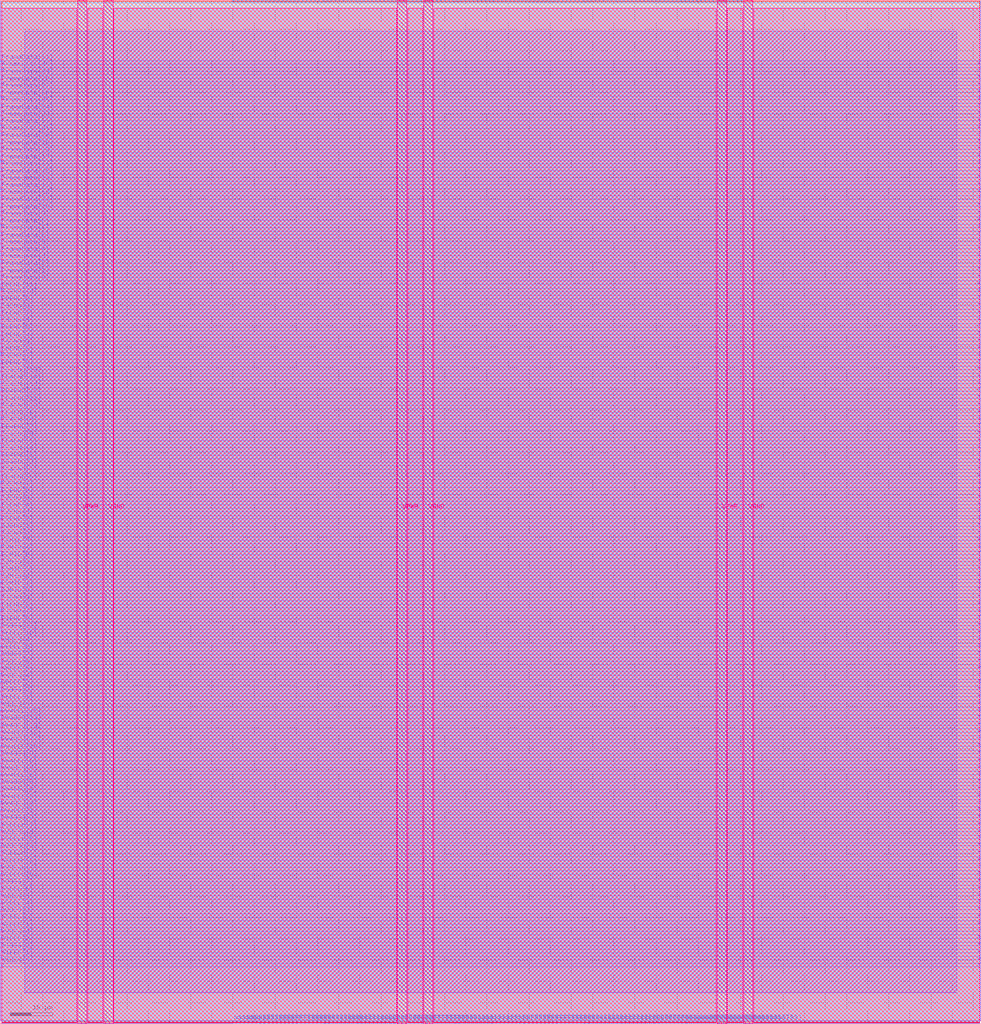
<source format=lef>
VERSION 5.7 ;
  NOWIREEXTENSIONATPIN ON ;
  DIVIDERCHAR "/" ;
  BUSBITCHARS "[]" ;
MACRO LUT4AB
  CLASS BLOCK ;
  FOREIGN LUT4AB ;
  ORIGIN 0.000 0.000 ;
  SIZE 231.840 BY 241.920 ;
  PIN Ci
    DIRECTION INPUT ;
    USE SIGNAL ;
    ANTENNAGATEAREA 0.213200 ;
    PORT
      LAYER Metal3 ;
        RECT 104.920 0.000 105.320 0.400 ;
    END
  END Ci
  PIN Co
    DIRECTION OUTPUT ;
    USE SIGNAL ;
    ANTENNADIFFAREA 0.654800 ;
    PORT
      LAYER Metal3 ;
        RECT 104.920 241.520 105.320 241.920 ;
    END
  END Co
  PIN E1BEG[0]
    DIRECTION OUTPUT ;
    USE SIGNAL ;
    ANTENNADIFFAREA 0.654800 ;
    PORT
      LAYER Metal2 ;
        RECT 231.390 94.300 231.840 94.700 ;
    END
  END E1BEG[0]
  PIN E1BEG[1]
    DIRECTION OUTPUT ;
    USE SIGNAL ;
    ANTENNADIFFAREA 0.654800 ;
    PORT
      LAYER Metal2 ;
        RECT 231.390 95.980 231.840 96.380 ;
    END
  END E1BEG[1]
  PIN E1BEG[2]
    DIRECTION OUTPUT ;
    USE SIGNAL ;
    ANTENNADIFFAREA 0.654800 ;
    PORT
      LAYER Metal2 ;
        RECT 231.390 97.660 231.840 98.060 ;
    END
  END E1BEG[2]
  PIN E1BEG[3]
    DIRECTION OUTPUT ;
    USE SIGNAL ;
    ANTENNADIFFAREA 0.654800 ;
    PORT
      LAYER Metal2 ;
        RECT 231.390 99.340 231.840 99.740 ;
    END
  END E1BEG[3]
  PIN E1END[0]
    DIRECTION INPUT ;
    USE SIGNAL ;
    ANTENNAGATEAREA 0.180700 ;
    PORT
      LAYER Metal2 ;
        RECT 0.000 94.300 0.450 94.700 ;
    END
  END E1END[0]
  PIN E1END[1]
    DIRECTION INPUT ;
    USE SIGNAL ;
    ANTENNAGATEAREA 0.180700 ;
    PORT
      LAYER Metal2 ;
        RECT 0.000 95.980 0.450 96.380 ;
    END
  END E1END[1]
  PIN E1END[2]
    DIRECTION INPUT ;
    USE SIGNAL ;
    ANTENNAGATEAREA 0.180700 ;
    PORT
      LAYER Metal2 ;
        RECT 0.000 97.660 0.450 98.060 ;
    END
  END E1END[2]
  PIN E1END[3]
    DIRECTION INPUT ;
    USE SIGNAL ;
    ANTENNAGATEAREA 0.180700 ;
    PORT
      LAYER Metal2 ;
        RECT 0.000 99.340 0.450 99.740 ;
    END
  END E1END[3]
  PIN E2BEG[0]
    DIRECTION OUTPUT ;
    USE SIGNAL ;
    ANTENNADIFFAREA 0.654800 ;
    PORT
      LAYER Metal2 ;
        RECT 231.390 101.020 231.840 101.420 ;
    END
  END E2BEG[0]
  PIN E2BEG[1]
    DIRECTION OUTPUT ;
    USE SIGNAL ;
    ANTENNADIFFAREA 0.654800 ;
    PORT
      LAYER Metal2 ;
        RECT 231.390 102.700 231.840 103.100 ;
    END
  END E2BEG[1]
  PIN E2BEG[2]
    DIRECTION OUTPUT ;
    USE SIGNAL ;
    ANTENNADIFFAREA 0.654800 ;
    PORT
      LAYER Metal2 ;
        RECT 231.390 104.380 231.840 104.780 ;
    END
  END E2BEG[2]
  PIN E2BEG[3]
    DIRECTION OUTPUT ;
    USE SIGNAL ;
    ANTENNADIFFAREA 0.654800 ;
    PORT
      LAYER Metal2 ;
        RECT 231.390 106.060 231.840 106.460 ;
    END
  END E2BEG[3]
  PIN E2BEG[4]
    DIRECTION OUTPUT ;
    USE SIGNAL ;
    ANTENNADIFFAREA 0.654800 ;
    PORT
      LAYER Metal2 ;
        RECT 231.390 107.740 231.840 108.140 ;
    END
  END E2BEG[4]
  PIN E2BEG[5]
    DIRECTION OUTPUT ;
    USE SIGNAL ;
    ANTENNADIFFAREA 0.654800 ;
    PORT
      LAYER Metal2 ;
        RECT 231.390 109.420 231.840 109.820 ;
    END
  END E2BEG[5]
  PIN E2BEG[6]
    DIRECTION OUTPUT ;
    USE SIGNAL ;
    ANTENNADIFFAREA 0.654800 ;
    PORT
      LAYER Metal2 ;
        RECT 231.390 111.100 231.840 111.500 ;
    END
  END E2BEG[6]
  PIN E2BEG[7]
    DIRECTION OUTPUT ;
    USE SIGNAL ;
    ANTENNADIFFAREA 0.654800 ;
    PORT
      LAYER Metal2 ;
        RECT 231.390 112.780 231.840 113.180 ;
    END
  END E2BEG[7]
  PIN E2BEGb[0]
    DIRECTION OUTPUT ;
    USE SIGNAL ;
    ANTENNADIFFAREA 0.654800 ;
    PORT
      LAYER Metal2 ;
        RECT 231.390 114.460 231.840 114.860 ;
    END
  END E2BEGb[0]
  PIN E2BEGb[1]
    DIRECTION OUTPUT ;
    USE SIGNAL ;
    ANTENNADIFFAREA 0.654800 ;
    PORT
      LAYER Metal2 ;
        RECT 231.390 116.140 231.840 116.540 ;
    END
  END E2BEGb[1]
  PIN E2BEGb[2]
    DIRECTION OUTPUT ;
    USE SIGNAL ;
    ANTENNADIFFAREA 0.654800 ;
    PORT
      LAYER Metal2 ;
        RECT 231.390 117.820 231.840 118.220 ;
    END
  END E2BEGb[2]
  PIN E2BEGb[3]
    DIRECTION OUTPUT ;
    USE SIGNAL ;
    ANTENNADIFFAREA 0.654800 ;
    PORT
      LAYER Metal2 ;
        RECT 231.390 119.500 231.840 119.900 ;
    END
  END E2BEGb[3]
  PIN E2BEGb[4]
    DIRECTION OUTPUT ;
    USE SIGNAL ;
    ANTENNADIFFAREA 0.654800 ;
    PORT
      LAYER Metal2 ;
        RECT 231.390 121.180 231.840 121.580 ;
    END
  END E2BEGb[4]
  PIN E2BEGb[5]
    DIRECTION OUTPUT ;
    USE SIGNAL ;
    ANTENNADIFFAREA 0.654800 ;
    PORT
      LAYER Metal2 ;
        RECT 231.390 122.860 231.840 123.260 ;
    END
  END E2BEGb[5]
  PIN E2BEGb[6]
    DIRECTION OUTPUT ;
    USE SIGNAL ;
    ANTENNADIFFAREA 0.654800 ;
    PORT
      LAYER Metal2 ;
        RECT 231.390 124.540 231.840 124.940 ;
    END
  END E2BEGb[6]
  PIN E2BEGb[7]
    DIRECTION OUTPUT ;
    USE SIGNAL ;
    ANTENNADIFFAREA 0.654800 ;
    PORT
      LAYER Metal2 ;
        RECT 231.390 126.220 231.840 126.620 ;
    END
  END E2BEGb[7]
  PIN E2END[0]
    DIRECTION INPUT ;
    USE SIGNAL ;
    ANTENNAGATEAREA 0.180700 ;
    PORT
      LAYER Metal2 ;
        RECT 0.000 114.460 0.450 114.860 ;
    END
  END E2END[0]
  PIN E2END[1]
    DIRECTION INPUT ;
    USE SIGNAL ;
    ANTENNAGATEAREA 0.180700 ;
    PORT
      LAYER Metal2 ;
        RECT 0.000 116.140 0.450 116.540 ;
    END
  END E2END[1]
  PIN E2END[2]
    DIRECTION INPUT ;
    USE SIGNAL ;
    ANTENNAGATEAREA 0.180700 ;
    PORT
      LAYER Metal2 ;
        RECT 0.000 117.820 0.450 118.220 ;
    END
  END E2END[2]
  PIN E2END[3]
    DIRECTION INPUT ;
    USE SIGNAL ;
    ANTENNAGATEAREA 0.180700 ;
    PORT
      LAYER Metal2 ;
        RECT 0.000 119.500 0.450 119.900 ;
    END
  END E2END[3]
  PIN E2END[4]
    DIRECTION INPUT ;
    USE SIGNAL ;
    ANTENNAGATEAREA 0.180700 ;
    PORT
      LAYER Metal2 ;
        RECT 0.000 121.180 0.450 121.580 ;
    END
  END E2END[4]
  PIN E2END[5]
    DIRECTION INPUT ;
    USE SIGNAL ;
    ANTENNAGATEAREA 0.180700 ;
    PORT
      LAYER Metal2 ;
        RECT 0.000 122.860 0.450 123.260 ;
    END
  END E2END[5]
  PIN E2END[6]
    DIRECTION INPUT ;
    USE SIGNAL ;
    ANTENNAGATEAREA 0.180700 ;
    PORT
      LAYER Metal2 ;
        RECT 0.000 124.540 0.450 124.940 ;
    END
  END E2END[6]
  PIN E2END[7]
    DIRECTION INPUT ;
    USE SIGNAL ;
    ANTENNAGATEAREA 0.180700 ;
    PORT
      LAYER Metal2 ;
        RECT 0.000 126.220 0.450 126.620 ;
    END
  END E2END[7]
  PIN E2MID[0]
    DIRECTION INPUT ;
    USE SIGNAL ;
    ANTENNAGATEAREA 0.180700 ;
    PORT
      LAYER Metal2 ;
        RECT 0.000 101.020 0.450 101.420 ;
    END
  END E2MID[0]
  PIN E2MID[1]
    DIRECTION INPUT ;
    USE SIGNAL ;
    ANTENNAGATEAREA 1.450800 ;
    PORT
      LAYER Metal2 ;
        RECT 0.000 102.700 0.450 103.100 ;
    END
  END E2MID[1]
  PIN E2MID[2]
    DIRECTION INPUT ;
    USE SIGNAL ;
    ANTENNAGATEAREA 0.180700 ;
    PORT
      LAYER Metal2 ;
        RECT 0.000 104.380 0.450 104.780 ;
    END
  END E2MID[2]
  PIN E2MID[3]
    DIRECTION INPUT ;
    USE SIGNAL ;
    ANTENNAGATEAREA 0.180700 ;
    PORT
      LAYER Metal2 ;
        RECT 0.000 106.060 0.450 106.460 ;
    END
  END E2MID[3]
  PIN E2MID[4]
    DIRECTION INPUT ;
    USE SIGNAL ;
    ANTENNAGATEAREA 0.180700 ;
    PORT
      LAYER Metal2 ;
        RECT 0.000 107.740 0.450 108.140 ;
    END
  END E2MID[4]
  PIN E2MID[5]
    DIRECTION INPUT ;
    USE SIGNAL ;
    ANTENNAGATEAREA 0.180700 ;
    PORT
      LAYER Metal2 ;
        RECT 0.000 109.420 0.450 109.820 ;
    END
  END E2MID[5]
  PIN E2MID[6]
    DIRECTION INPUT ;
    USE SIGNAL ;
    ANTENNAGATEAREA 0.180700 ;
    PORT
      LAYER Metal2 ;
        RECT 0.000 111.100 0.450 111.500 ;
    END
  END E2MID[6]
  PIN E2MID[7]
    DIRECTION INPUT ;
    USE SIGNAL ;
    ANTENNAGATEAREA 0.180700 ;
    PORT
      LAYER Metal2 ;
        RECT 0.000 112.780 0.450 113.180 ;
    END
  END E2MID[7]
  PIN E6BEG[0]
    DIRECTION OUTPUT ;
    USE SIGNAL ;
    ANTENNADIFFAREA 0.654800 ;
    PORT
      LAYER Metal2 ;
        RECT 231.390 154.780 231.840 155.180 ;
    END
  END E6BEG[0]
  PIN E6BEG[10]
    DIRECTION OUTPUT ;
    USE SIGNAL ;
    ANTENNADIFFAREA 0.654800 ;
    PORT
      LAYER Metal2 ;
        RECT 231.390 171.580 231.840 171.980 ;
    END
  END E6BEG[10]
  PIN E6BEG[11]
    DIRECTION OUTPUT ;
    USE SIGNAL ;
    ANTENNADIFFAREA 0.654800 ;
    PORT
      LAYER Metal2 ;
        RECT 231.390 173.260 231.840 173.660 ;
    END
  END E6BEG[11]
  PIN E6BEG[1]
    DIRECTION OUTPUT ;
    USE SIGNAL ;
    ANTENNADIFFAREA 0.654800 ;
    PORT
      LAYER Metal2 ;
        RECT 231.390 156.460 231.840 156.860 ;
    END
  END E6BEG[1]
  PIN E6BEG[2]
    DIRECTION OUTPUT ;
    USE SIGNAL ;
    ANTENNADIFFAREA 0.654800 ;
    PORT
      LAYER Metal2 ;
        RECT 231.390 158.140 231.840 158.540 ;
    END
  END E6BEG[2]
  PIN E6BEG[3]
    DIRECTION OUTPUT ;
    USE SIGNAL ;
    ANTENNADIFFAREA 0.654800 ;
    PORT
      LAYER Metal2 ;
        RECT 231.390 159.820 231.840 160.220 ;
    END
  END E6BEG[3]
  PIN E6BEG[4]
    DIRECTION OUTPUT ;
    USE SIGNAL ;
    ANTENNADIFFAREA 0.654800 ;
    PORT
      LAYER Metal2 ;
        RECT 231.390 161.500 231.840 161.900 ;
    END
  END E6BEG[4]
  PIN E6BEG[5]
    DIRECTION OUTPUT ;
    USE SIGNAL ;
    ANTENNADIFFAREA 0.654800 ;
    PORT
      LAYER Metal2 ;
        RECT 231.390 163.180 231.840 163.580 ;
    END
  END E6BEG[5]
  PIN E6BEG[6]
    DIRECTION OUTPUT ;
    USE SIGNAL ;
    ANTENNADIFFAREA 0.654800 ;
    PORT
      LAYER Metal2 ;
        RECT 231.390 164.860 231.840 165.260 ;
    END
  END E6BEG[6]
  PIN E6BEG[7]
    DIRECTION OUTPUT ;
    USE SIGNAL ;
    ANTENNADIFFAREA 0.654800 ;
    PORT
      LAYER Metal2 ;
        RECT 231.390 166.540 231.840 166.940 ;
    END
  END E6BEG[7]
  PIN E6BEG[8]
    DIRECTION OUTPUT ;
    USE SIGNAL ;
    ANTENNADIFFAREA 0.654800 ;
    PORT
      LAYER Metal2 ;
        RECT 231.390 168.220 231.840 168.620 ;
    END
  END E6BEG[8]
  PIN E6BEG[9]
    DIRECTION OUTPUT ;
    USE SIGNAL ;
    ANTENNADIFFAREA 0.654800 ;
    PORT
      LAYER Metal2 ;
        RECT 231.390 169.900 231.840 170.300 ;
    END
  END E6BEG[9]
  PIN E6END[0]
    DIRECTION INPUT ;
    USE SIGNAL ;
    ANTENNAGATEAREA 0.180700 ;
    PORT
      LAYER Metal2 ;
        RECT 0.000 154.780 0.450 155.180 ;
    END
  END E6END[0]
  PIN E6END[10]
    DIRECTION INPUT ;
    USE SIGNAL ;
    ANTENNAGATEAREA 0.180700 ;
    PORT
      LAYER Metal2 ;
        RECT 0.000 171.580 0.450 171.980 ;
    END
  END E6END[10]
  PIN E6END[11]
    DIRECTION INPUT ;
    USE SIGNAL ;
    ANTENNAGATEAREA 0.180700 ;
    PORT
      LAYER Metal2 ;
        RECT 0.000 173.260 0.450 173.660 ;
    END
  END E6END[11]
  PIN E6END[1]
    DIRECTION INPUT ;
    USE SIGNAL ;
    ANTENNAGATEAREA 0.180700 ;
    PORT
      LAYER Metal2 ;
        RECT 0.000 156.460 0.450 156.860 ;
    END
  END E6END[1]
  PIN E6END[2]
    DIRECTION INPUT ;
    USE SIGNAL ;
    ANTENNAGATEAREA 0.180700 ;
    PORT
      LAYER Metal2 ;
        RECT 0.000 158.140 0.450 158.540 ;
    END
  END E6END[2]
  PIN E6END[3]
    DIRECTION INPUT ;
    USE SIGNAL ;
    ANTENNAGATEAREA 0.180700 ;
    PORT
      LAYER Metal2 ;
        RECT 0.000 159.820 0.450 160.220 ;
    END
  END E6END[3]
  PIN E6END[4]
    DIRECTION INPUT ;
    USE SIGNAL ;
    ANTENNAGATEAREA 0.180700 ;
    PORT
      LAYER Metal2 ;
        RECT 0.000 161.500 0.450 161.900 ;
    END
  END E6END[4]
  PIN E6END[5]
    DIRECTION INPUT ;
    USE SIGNAL ;
    ANTENNAGATEAREA 0.180700 ;
    PORT
      LAYER Metal2 ;
        RECT 0.000 163.180 0.450 163.580 ;
    END
  END E6END[5]
  PIN E6END[6]
    DIRECTION INPUT ;
    USE SIGNAL ;
    ANTENNAGATEAREA 0.180700 ;
    PORT
      LAYER Metal2 ;
        RECT 0.000 164.860 0.450 165.260 ;
    END
  END E6END[6]
  PIN E6END[7]
    DIRECTION INPUT ;
    USE SIGNAL ;
    ANTENNAGATEAREA 0.180700 ;
    PORT
      LAYER Metal2 ;
        RECT 0.000 166.540 0.450 166.940 ;
    END
  END E6END[7]
  PIN E6END[8]
    DIRECTION INPUT ;
    USE SIGNAL ;
    ANTENNAGATEAREA 0.180700 ;
    PORT
      LAYER Metal2 ;
        RECT 0.000 168.220 0.450 168.620 ;
    END
  END E6END[8]
  PIN E6END[9]
    DIRECTION INPUT ;
    USE SIGNAL ;
    ANTENNAGATEAREA 0.180700 ;
    PORT
      LAYER Metal2 ;
        RECT 0.000 169.900 0.450 170.300 ;
    END
  END E6END[9]
  PIN EE4BEG[0]
    DIRECTION OUTPUT ;
    USE SIGNAL ;
    ANTENNADIFFAREA 0.654800 ;
    PORT
      LAYER Metal2 ;
        RECT 231.390 127.900 231.840 128.300 ;
    END
  END EE4BEG[0]
  PIN EE4BEG[10]
    DIRECTION OUTPUT ;
    USE SIGNAL ;
    ANTENNADIFFAREA 0.654800 ;
    PORT
      LAYER Metal2 ;
        RECT 231.390 144.700 231.840 145.100 ;
    END
  END EE4BEG[10]
  PIN EE4BEG[11]
    DIRECTION OUTPUT ;
    USE SIGNAL ;
    ANTENNADIFFAREA 0.654800 ;
    PORT
      LAYER Metal2 ;
        RECT 231.390 146.380 231.840 146.780 ;
    END
  END EE4BEG[11]
  PIN EE4BEG[12]
    DIRECTION OUTPUT ;
    USE SIGNAL ;
    ANTENNADIFFAREA 0.654800 ;
    PORT
      LAYER Metal2 ;
        RECT 231.390 148.060 231.840 148.460 ;
    END
  END EE4BEG[12]
  PIN EE4BEG[13]
    DIRECTION OUTPUT ;
    USE SIGNAL ;
    ANTENNADIFFAREA 0.654800 ;
    PORT
      LAYER Metal2 ;
        RECT 231.390 149.740 231.840 150.140 ;
    END
  END EE4BEG[13]
  PIN EE4BEG[14]
    DIRECTION OUTPUT ;
    USE SIGNAL ;
    ANTENNADIFFAREA 0.654800 ;
    PORT
      LAYER Metal2 ;
        RECT 231.390 151.420 231.840 151.820 ;
    END
  END EE4BEG[14]
  PIN EE4BEG[15]
    DIRECTION OUTPUT ;
    USE SIGNAL ;
    ANTENNADIFFAREA 0.654800 ;
    PORT
      LAYER Metal2 ;
        RECT 231.390 153.100 231.840 153.500 ;
    END
  END EE4BEG[15]
  PIN EE4BEG[1]
    DIRECTION OUTPUT ;
    USE SIGNAL ;
    ANTENNADIFFAREA 0.654800 ;
    PORT
      LAYER Metal2 ;
        RECT 231.390 129.580 231.840 129.980 ;
    END
  END EE4BEG[1]
  PIN EE4BEG[2]
    DIRECTION OUTPUT ;
    USE SIGNAL ;
    ANTENNADIFFAREA 0.654800 ;
    PORT
      LAYER Metal2 ;
        RECT 231.390 131.260 231.840 131.660 ;
    END
  END EE4BEG[2]
  PIN EE4BEG[3]
    DIRECTION OUTPUT ;
    USE SIGNAL ;
    ANTENNADIFFAREA 0.654800 ;
    PORT
      LAYER Metal2 ;
        RECT 231.390 132.940 231.840 133.340 ;
    END
  END EE4BEG[3]
  PIN EE4BEG[4]
    DIRECTION OUTPUT ;
    USE SIGNAL ;
    ANTENNADIFFAREA 0.654800 ;
    PORT
      LAYER Metal2 ;
        RECT 231.390 134.620 231.840 135.020 ;
    END
  END EE4BEG[4]
  PIN EE4BEG[5]
    DIRECTION OUTPUT ;
    USE SIGNAL ;
    ANTENNADIFFAREA 0.654800 ;
    PORT
      LAYER Metal2 ;
        RECT 231.390 136.300 231.840 136.700 ;
    END
  END EE4BEG[5]
  PIN EE4BEG[6]
    DIRECTION OUTPUT ;
    USE SIGNAL ;
    ANTENNADIFFAREA 0.654800 ;
    PORT
      LAYER Metal2 ;
        RECT 231.390 137.980 231.840 138.380 ;
    END
  END EE4BEG[6]
  PIN EE4BEG[7]
    DIRECTION OUTPUT ;
    USE SIGNAL ;
    ANTENNADIFFAREA 0.654800 ;
    PORT
      LAYER Metal2 ;
        RECT 231.390 139.660 231.840 140.060 ;
    END
  END EE4BEG[7]
  PIN EE4BEG[8]
    DIRECTION OUTPUT ;
    USE SIGNAL ;
    ANTENNADIFFAREA 0.654800 ;
    PORT
      LAYER Metal2 ;
        RECT 231.390 141.340 231.840 141.740 ;
    END
  END EE4BEG[8]
  PIN EE4BEG[9]
    DIRECTION OUTPUT ;
    USE SIGNAL ;
    ANTENNADIFFAREA 0.654800 ;
    PORT
      LAYER Metal2 ;
        RECT 231.390 143.020 231.840 143.420 ;
    END
  END EE4BEG[9]
  PIN EE4END[0]
    DIRECTION INPUT ;
    USE SIGNAL ;
    ANTENNAGATEAREA 0.180700 ;
    PORT
      LAYER Metal2 ;
        RECT 0.000 127.900 0.450 128.300 ;
    END
  END EE4END[0]
  PIN EE4END[10]
    DIRECTION INPUT ;
    USE SIGNAL ;
    ANTENNAGATEAREA 0.180700 ;
    PORT
      LAYER Metal2 ;
        RECT 0.000 144.700 0.450 145.100 ;
    END
  END EE4END[10]
  PIN EE4END[11]
    DIRECTION INPUT ;
    USE SIGNAL ;
    ANTENNAGATEAREA 0.180700 ;
    PORT
      LAYER Metal2 ;
        RECT 0.000 146.380 0.450 146.780 ;
    END
  END EE4END[11]
  PIN EE4END[12]
    DIRECTION INPUT ;
    USE SIGNAL ;
    ANTENNAGATEAREA 0.180700 ;
    PORT
      LAYER Metal2 ;
        RECT 0.000 148.060 0.450 148.460 ;
    END
  END EE4END[12]
  PIN EE4END[13]
    DIRECTION INPUT ;
    USE SIGNAL ;
    ANTENNAGATEAREA 0.180700 ;
    PORT
      LAYER Metal2 ;
        RECT 0.000 149.740 0.450 150.140 ;
    END
  END EE4END[13]
  PIN EE4END[14]
    DIRECTION INPUT ;
    USE SIGNAL ;
    ANTENNAGATEAREA 0.180700 ;
    PORT
      LAYER Metal2 ;
        RECT 0.000 151.420 0.450 151.820 ;
    END
  END EE4END[14]
  PIN EE4END[15]
    DIRECTION INPUT ;
    USE SIGNAL ;
    ANTENNAGATEAREA 0.180700 ;
    PORT
      LAYER Metal2 ;
        RECT 0.000 153.100 0.450 153.500 ;
    END
  END EE4END[15]
  PIN EE4END[1]
    DIRECTION INPUT ;
    USE SIGNAL ;
    ANTENNAGATEAREA 0.180700 ;
    PORT
      LAYER Metal2 ;
        RECT 0.000 129.580 0.450 129.980 ;
    END
  END EE4END[1]
  PIN EE4END[2]
    DIRECTION INPUT ;
    USE SIGNAL ;
    ANTENNAGATEAREA 0.180700 ;
    PORT
      LAYER Metal2 ;
        RECT 0.000 131.260 0.450 131.660 ;
    END
  END EE4END[2]
  PIN EE4END[3]
    DIRECTION INPUT ;
    USE SIGNAL ;
    ANTENNAGATEAREA 0.180700 ;
    PORT
      LAYER Metal2 ;
        RECT 0.000 132.940 0.450 133.340 ;
    END
  END EE4END[3]
  PIN EE4END[4]
    DIRECTION INPUT ;
    USE SIGNAL ;
    ANTENNAGATEAREA 0.180700 ;
    PORT
      LAYER Metal2 ;
        RECT 0.000 134.620 0.450 135.020 ;
    END
  END EE4END[4]
  PIN EE4END[5]
    DIRECTION INPUT ;
    USE SIGNAL ;
    ANTENNAGATEAREA 0.180700 ;
    PORT
      LAYER Metal2 ;
        RECT 0.000 136.300 0.450 136.700 ;
    END
  END EE4END[5]
  PIN EE4END[6]
    DIRECTION INPUT ;
    USE SIGNAL ;
    ANTENNAGATEAREA 0.180700 ;
    PORT
      LAYER Metal2 ;
        RECT 0.000 137.980 0.450 138.380 ;
    END
  END EE4END[6]
  PIN EE4END[7]
    DIRECTION INPUT ;
    USE SIGNAL ;
    ANTENNAGATEAREA 0.180700 ;
    PORT
      LAYER Metal2 ;
        RECT 0.000 139.660 0.450 140.060 ;
    END
  END EE4END[7]
  PIN EE4END[8]
    DIRECTION INPUT ;
    USE SIGNAL ;
    ANTENNAGATEAREA 0.180700 ;
    PORT
      LAYER Metal2 ;
        RECT 0.000 141.340 0.450 141.740 ;
    END
  END EE4END[8]
  PIN EE4END[9]
    DIRECTION INPUT ;
    USE SIGNAL ;
    ANTENNAGATEAREA 0.180700 ;
    PORT
      LAYER Metal2 ;
        RECT 0.000 143.020 0.450 143.420 ;
    END
  END EE4END[9]
  PIN FrameData[0]
    DIRECTION INPUT ;
    USE SIGNAL ;
    ANTENNAGATEAREA 0.180700 ;
    PORT
      LAYER Metal2 ;
        RECT 0.000 174.940 0.450 175.340 ;
    END
  END FrameData[0]
  PIN FrameData[10]
    DIRECTION INPUT ;
    USE SIGNAL ;
    ANTENNAGATEAREA 0.542100 ;
    PORT
      LAYER Metal2 ;
        RECT 0.000 191.740 0.450 192.140 ;
    END
  END FrameData[10]
  PIN FrameData[11]
    DIRECTION INPUT ;
    USE SIGNAL ;
    ANTENNAGATEAREA 0.180700 ;
    PORT
      LAYER Metal2 ;
        RECT 0.000 193.420 0.450 193.820 ;
    END
  END FrameData[11]
  PIN FrameData[12]
    DIRECTION INPUT ;
    USE SIGNAL ;
    ANTENNAGATEAREA 0.180700 ;
    PORT
      LAYER Metal2 ;
        RECT 0.000 195.100 0.450 195.500 ;
    END
  END FrameData[12]
  PIN FrameData[13]
    DIRECTION INPUT ;
    USE SIGNAL ;
    ANTENNAGATEAREA 0.180700 ;
    PORT
      LAYER Metal2 ;
        RECT 0.000 196.780 0.450 197.180 ;
    END
  END FrameData[13]
  PIN FrameData[14]
    DIRECTION INPUT ;
    USE SIGNAL ;
    ANTENNAGATEAREA 0.180700 ;
    PORT
      LAYER Metal2 ;
        RECT 0.000 198.460 0.450 198.860 ;
    END
  END FrameData[14]
  PIN FrameData[15]
    DIRECTION INPUT ;
    USE SIGNAL ;
    ANTENNAGATEAREA 0.180700 ;
    PORT
      LAYER Metal2 ;
        RECT 0.000 200.140 0.450 200.540 ;
    END
  END FrameData[15]
  PIN FrameData[16]
    DIRECTION INPUT ;
    USE SIGNAL ;
    ANTENNAGATEAREA 0.180700 ;
    PORT
      LAYER Metal2 ;
        RECT 0.000 201.820 0.450 202.220 ;
    END
  END FrameData[16]
  PIN FrameData[17]
    DIRECTION INPUT ;
    USE SIGNAL ;
    ANTENNAGATEAREA 0.180700 ;
    PORT
      LAYER Metal2 ;
        RECT 0.000 203.500 0.450 203.900 ;
    END
  END FrameData[17]
  PIN FrameData[18]
    DIRECTION INPUT ;
    USE SIGNAL ;
    ANTENNAGATEAREA 0.180700 ;
    PORT
      LAYER Metal2 ;
        RECT 0.000 205.180 0.450 205.580 ;
    END
  END FrameData[18]
  PIN FrameData[19]
    DIRECTION INPUT ;
    USE SIGNAL ;
    ANTENNAGATEAREA 0.180700 ;
    PORT
      LAYER Metal2 ;
        RECT 0.000 206.860 0.450 207.260 ;
    END
  END FrameData[19]
  PIN FrameData[1]
    DIRECTION INPUT ;
    USE SIGNAL ;
    ANTENNAGATEAREA 0.180700 ;
    PORT
      LAYER Metal2 ;
        RECT 0.000 176.620 0.450 177.020 ;
    END
  END FrameData[1]
  PIN FrameData[20]
    DIRECTION INPUT ;
    USE SIGNAL ;
    ANTENNAGATEAREA 0.180700 ;
    PORT
      LAYER Metal2 ;
        RECT 0.000 208.540 0.450 208.940 ;
    END
  END FrameData[20]
  PIN FrameData[21]
    DIRECTION INPUT ;
    USE SIGNAL ;
    ANTENNAGATEAREA 0.180700 ;
    PORT
      LAYER Metal2 ;
        RECT 0.000 210.220 0.450 210.620 ;
    END
  END FrameData[21]
  PIN FrameData[22]
    DIRECTION INPUT ;
    USE SIGNAL ;
    ANTENNAGATEAREA 0.180700 ;
    PORT
      LAYER Metal2 ;
        RECT 0.000 211.900 0.450 212.300 ;
    END
  END FrameData[22]
  PIN FrameData[23]
    DIRECTION INPUT ;
    USE SIGNAL ;
    ANTENNAGATEAREA 0.180700 ;
    PORT
      LAYER Metal2 ;
        RECT 0.000 213.580 0.450 213.980 ;
    END
  END FrameData[23]
  PIN FrameData[24]
    DIRECTION INPUT ;
    USE SIGNAL ;
    ANTENNAGATEAREA 0.180700 ;
    PORT
      LAYER Metal2 ;
        RECT 0.000 215.260 0.450 215.660 ;
    END
  END FrameData[24]
  PIN FrameData[25]
    DIRECTION INPUT ;
    USE SIGNAL ;
    ANTENNAGATEAREA 0.180700 ;
    PORT
      LAYER Metal2 ;
        RECT 0.000 216.940 0.450 217.340 ;
    END
  END FrameData[25]
  PIN FrameData[26]
    DIRECTION INPUT ;
    USE SIGNAL ;
    ANTENNAGATEAREA 0.361400 ;
    PORT
      LAYER Metal2 ;
        RECT 0.000 218.620 0.450 219.020 ;
    END
  END FrameData[26]
  PIN FrameData[27]
    DIRECTION INPUT ;
    USE SIGNAL ;
    ANTENNAGATEAREA 0.361400 ;
    PORT
      LAYER Metal2 ;
        RECT 0.000 220.300 0.450 220.700 ;
    END
  END FrameData[27]
  PIN FrameData[28]
    DIRECTION INPUT ;
    USE SIGNAL ;
    ANTENNAGATEAREA 0.180700 ;
    PORT
      LAYER Metal2 ;
        RECT 0.000 221.980 0.450 222.380 ;
    END
  END FrameData[28]
  PIN FrameData[29]
    DIRECTION INPUT ;
    USE SIGNAL ;
    ANTENNAGATEAREA 0.542100 ;
    PORT
      LAYER Metal2 ;
        RECT 0.000 223.660 0.450 224.060 ;
    END
  END FrameData[29]
  PIN FrameData[2]
    DIRECTION INPUT ;
    USE SIGNAL ;
    ANTENNAGATEAREA 0.542100 ;
    PORT
      LAYER Metal2 ;
        RECT 0.000 178.300 0.450 178.700 ;
    END
  END FrameData[2]
  PIN FrameData[30]
    DIRECTION INPUT ;
    USE SIGNAL ;
    ANTENNAGATEAREA 0.180700 ;
    PORT
      LAYER Metal2 ;
        RECT 0.000 225.340 0.450 225.740 ;
    END
  END FrameData[30]
  PIN FrameData[31]
    DIRECTION INPUT ;
    USE SIGNAL ;
    ANTENNAGATEAREA 0.180700 ;
    PORT
      LAYER Metal2 ;
        RECT 0.000 227.020 0.450 227.420 ;
    END
  END FrameData[31]
  PIN FrameData[3]
    DIRECTION INPUT ;
    USE SIGNAL ;
    ANTENNAGATEAREA 0.542100 ;
    PORT
      LAYER Metal2 ;
        RECT 0.000 179.980 0.450 180.380 ;
    END
  END FrameData[3]
  PIN FrameData[4]
    DIRECTION INPUT ;
    USE SIGNAL ;
    ANTENNAGATEAREA 0.542100 ;
    PORT
      LAYER Metal2 ;
        RECT 0.000 181.660 0.450 182.060 ;
    END
  END FrameData[4]
  PIN FrameData[5]
    DIRECTION INPUT ;
    USE SIGNAL ;
    ANTENNAGATEAREA 0.180700 ;
    PORT
      LAYER Metal2 ;
        RECT 0.000 183.340 0.450 183.740 ;
    END
  END FrameData[5]
  PIN FrameData[6]
    DIRECTION INPUT ;
    USE SIGNAL ;
    ANTENNAGATEAREA 0.180700 ;
    PORT
      LAYER Metal2 ;
        RECT 0.000 185.020 0.450 185.420 ;
    END
  END FrameData[6]
  PIN FrameData[7]
    DIRECTION INPUT ;
    USE SIGNAL ;
    ANTENNAGATEAREA 0.180700 ;
    PORT
      LAYER Metal2 ;
        RECT 0.000 186.700 0.450 187.100 ;
    END
  END FrameData[7]
  PIN FrameData[8]
    DIRECTION INPUT ;
    USE SIGNAL ;
    ANTENNAGATEAREA 0.542100 ;
    PORT
      LAYER Metal2 ;
        RECT 0.000 188.380 0.450 188.780 ;
    END
  END FrameData[8]
  PIN FrameData[9]
    DIRECTION INPUT ;
    USE SIGNAL ;
    ANTENNAGATEAREA 0.542100 ;
    PORT
      LAYER Metal2 ;
        RECT 0.000 190.060 0.450 190.460 ;
    END
  END FrameData[9]
  PIN FrameData_O[0]
    DIRECTION OUTPUT ;
    USE SIGNAL ;
    ANTENNADIFFAREA 0.654800 ;
    PORT
      LAYER Metal2 ;
        RECT 231.390 174.940 231.840 175.340 ;
    END
  END FrameData_O[0]
  PIN FrameData_O[10]
    DIRECTION OUTPUT ;
    USE SIGNAL ;
    ANTENNADIFFAREA 0.654800 ;
    PORT
      LAYER Metal2 ;
        RECT 231.390 191.740 231.840 192.140 ;
    END
  END FrameData_O[10]
  PIN FrameData_O[11]
    DIRECTION OUTPUT ;
    USE SIGNAL ;
    ANTENNADIFFAREA 0.654800 ;
    PORT
      LAYER Metal2 ;
        RECT 231.390 193.420 231.840 193.820 ;
    END
  END FrameData_O[11]
  PIN FrameData_O[12]
    DIRECTION OUTPUT ;
    USE SIGNAL ;
    ANTENNADIFFAREA 0.654800 ;
    PORT
      LAYER Metal2 ;
        RECT 231.390 195.100 231.840 195.500 ;
    END
  END FrameData_O[12]
  PIN FrameData_O[13]
    DIRECTION OUTPUT ;
    USE SIGNAL ;
    ANTENNADIFFAREA 0.654800 ;
    PORT
      LAYER Metal2 ;
        RECT 231.390 196.780 231.840 197.180 ;
    END
  END FrameData_O[13]
  PIN FrameData_O[14]
    DIRECTION OUTPUT ;
    USE SIGNAL ;
    ANTENNADIFFAREA 0.654800 ;
    PORT
      LAYER Metal2 ;
        RECT 231.390 198.460 231.840 198.860 ;
    END
  END FrameData_O[14]
  PIN FrameData_O[15]
    DIRECTION OUTPUT ;
    USE SIGNAL ;
    ANTENNADIFFAREA 0.654800 ;
    PORT
      LAYER Metal2 ;
        RECT 231.390 200.140 231.840 200.540 ;
    END
  END FrameData_O[15]
  PIN FrameData_O[16]
    DIRECTION OUTPUT ;
    USE SIGNAL ;
    ANTENNADIFFAREA 0.654800 ;
    PORT
      LAYER Metal2 ;
        RECT 231.390 201.820 231.840 202.220 ;
    END
  END FrameData_O[16]
  PIN FrameData_O[17]
    DIRECTION OUTPUT ;
    USE SIGNAL ;
    ANTENNADIFFAREA 0.654800 ;
    PORT
      LAYER Metal2 ;
        RECT 231.390 203.500 231.840 203.900 ;
    END
  END FrameData_O[17]
  PIN FrameData_O[18]
    DIRECTION OUTPUT ;
    USE SIGNAL ;
    ANTENNADIFFAREA 0.654800 ;
    PORT
      LAYER Metal2 ;
        RECT 231.390 205.180 231.840 205.580 ;
    END
  END FrameData_O[18]
  PIN FrameData_O[19]
    DIRECTION OUTPUT ;
    USE SIGNAL ;
    ANTENNADIFFAREA 0.654800 ;
    PORT
      LAYER Metal2 ;
        RECT 231.390 206.860 231.840 207.260 ;
    END
  END FrameData_O[19]
  PIN FrameData_O[1]
    DIRECTION OUTPUT ;
    USE SIGNAL ;
    ANTENNADIFFAREA 0.654800 ;
    PORT
      LAYER Metal2 ;
        RECT 231.390 176.620 231.840 177.020 ;
    END
  END FrameData_O[1]
  PIN FrameData_O[20]
    DIRECTION OUTPUT ;
    USE SIGNAL ;
    ANTENNADIFFAREA 0.654800 ;
    PORT
      LAYER Metal2 ;
        RECT 231.390 208.540 231.840 208.940 ;
    END
  END FrameData_O[20]
  PIN FrameData_O[21]
    DIRECTION OUTPUT ;
    USE SIGNAL ;
    ANTENNADIFFAREA 0.654800 ;
    PORT
      LAYER Metal2 ;
        RECT 231.390 210.220 231.840 210.620 ;
    END
  END FrameData_O[21]
  PIN FrameData_O[22]
    DIRECTION OUTPUT ;
    USE SIGNAL ;
    ANTENNADIFFAREA 0.654800 ;
    PORT
      LAYER Metal2 ;
        RECT 231.390 211.900 231.840 212.300 ;
    END
  END FrameData_O[22]
  PIN FrameData_O[23]
    DIRECTION OUTPUT ;
    USE SIGNAL ;
    ANTENNADIFFAREA 0.654800 ;
    PORT
      LAYER Metal2 ;
        RECT 231.390 213.580 231.840 213.980 ;
    END
  END FrameData_O[23]
  PIN FrameData_O[24]
    DIRECTION OUTPUT ;
    USE SIGNAL ;
    ANTENNADIFFAREA 0.654800 ;
    PORT
      LAYER Metal2 ;
        RECT 231.390 215.260 231.840 215.660 ;
    END
  END FrameData_O[24]
  PIN FrameData_O[25]
    DIRECTION OUTPUT ;
    USE SIGNAL ;
    ANTENNADIFFAREA 0.654800 ;
    PORT
      LAYER Metal2 ;
        RECT 231.390 216.940 231.840 217.340 ;
    END
  END FrameData_O[25]
  PIN FrameData_O[26]
    DIRECTION OUTPUT ;
    USE SIGNAL ;
    ANTENNADIFFAREA 0.654800 ;
    PORT
      LAYER Metal2 ;
        RECT 231.390 218.620 231.840 219.020 ;
    END
  END FrameData_O[26]
  PIN FrameData_O[27]
    DIRECTION OUTPUT ;
    USE SIGNAL ;
    ANTENNADIFFAREA 0.654800 ;
    PORT
      LAYER Metal2 ;
        RECT 231.390 220.300 231.840 220.700 ;
    END
  END FrameData_O[27]
  PIN FrameData_O[28]
    DIRECTION OUTPUT ;
    USE SIGNAL ;
    ANTENNADIFFAREA 0.654800 ;
    PORT
      LAYER Metal2 ;
        RECT 231.390 221.980 231.840 222.380 ;
    END
  END FrameData_O[28]
  PIN FrameData_O[29]
    DIRECTION OUTPUT ;
    USE SIGNAL ;
    ANTENNADIFFAREA 0.654800 ;
    PORT
      LAYER Metal2 ;
        RECT 231.390 223.660 231.840 224.060 ;
    END
  END FrameData_O[29]
  PIN FrameData_O[2]
    DIRECTION OUTPUT ;
    USE SIGNAL ;
    ANTENNADIFFAREA 0.654800 ;
    PORT
      LAYER Metal2 ;
        RECT 231.390 178.300 231.840 178.700 ;
    END
  END FrameData_O[2]
  PIN FrameData_O[30]
    DIRECTION OUTPUT ;
    USE SIGNAL ;
    ANTENNADIFFAREA 0.654800 ;
    PORT
      LAYER Metal2 ;
        RECT 231.390 225.340 231.840 225.740 ;
    END
  END FrameData_O[30]
  PIN FrameData_O[31]
    DIRECTION OUTPUT ;
    USE SIGNAL ;
    ANTENNADIFFAREA 0.654800 ;
    PORT
      LAYER Metal2 ;
        RECT 231.390 227.020 231.840 227.420 ;
    END
  END FrameData_O[31]
  PIN FrameData_O[3]
    DIRECTION OUTPUT ;
    USE SIGNAL ;
    ANTENNADIFFAREA 0.654800 ;
    PORT
      LAYER Metal2 ;
        RECT 231.390 179.980 231.840 180.380 ;
    END
  END FrameData_O[3]
  PIN FrameData_O[4]
    DIRECTION OUTPUT ;
    USE SIGNAL ;
    ANTENNADIFFAREA 0.654800 ;
    PORT
      LAYER Metal2 ;
        RECT 231.390 181.660 231.840 182.060 ;
    END
  END FrameData_O[4]
  PIN FrameData_O[5]
    DIRECTION OUTPUT ;
    USE SIGNAL ;
    ANTENNADIFFAREA 0.654800 ;
    PORT
      LAYER Metal2 ;
        RECT 231.390 183.340 231.840 183.740 ;
    END
  END FrameData_O[5]
  PIN FrameData_O[6]
    DIRECTION OUTPUT ;
    USE SIGNAL ;
    ANTENNADIFFAREA 0.654800 ;
    PORT
      LAYER Metal2 ;
        RECT 231.390 185.020 231.840 185.420 ;
    END
  END FrameData_O[6]
  PIN FrameData_O[7]
    DIRECTION OUTPUT ;
    USE SIGNAL ;
    ANTENNADIFFAREA 0.654800 ;
    PORT
      LAYER Metal2 ;
        RECT 231.390 186.700 231.840 187.100 ;
    END
  END FrameData_O[7]
  PIN FrameData_O[8]
    DIRECTION OUTPUT ;
    USE SIGNAL ;
    ANTENNADIFFAREA 0.654800 ;
    PORT
      LAYER Metal2 ;
        RECT 231.390 188.380 231.840 188.780 ;
    END
  END FrameData_O[8]
  PIN FrameData_O[9]
    DIRECTION OUTPUT ;
    USE SIGNAL ;
    ANTENNADIFFAREA 0.654800 ;
    PORT
      LAYER Metal2 ;
        RECT 231.390 190.060 231.840 190.460 ;
    END
  END FrameData_O[9]
  PIN FrameStrobe[0]
    DIRECTION INPUT ;
    USE SIGNAL ;
    ANTENNAGATEAREA 0.542100 ;
    PORT
      LAYER Metal3 ;
        RECT 156.760 0.000 157.160 0.400 ;
    END
  END FrameStrobe[0]
  PIN FrameStrobe[10]
    DIRECTION INPUT ;
    USE SIGNAL ;
    ANTENNAGATEAREA 0.180700 ;
    PORT
      LAYER Metal3 ;
        RECT 166.360 0.000 166.760 0.400 ;
    END
  END FrameStrobe[10]
  PIN FrameStrobe[11]
    DIRECTION INPUT ;
    USE SIGNAL ;
    ANTENNAGATEAREA 0.180700 ;
    PORT
      LAYER Metal3 ;
        RECT 167.320 0.000 167.720 0.400 ;
    END
  END FrameStrobe[11]
  PIN FrameStrobe[12]
    DIRECTION INPUT ;
    USE SIGNAL ;
    ANTENNAGATEAREA 0.361400 ;
    PORT
      LAYER Metal3 ;
        RECT 168.280 0.000 168.680 0.400 ;
    END
  END FrameStrobe[12]
  PIN FrameStrobe[13]
    DIRECTION INPUT ;
    USE SIGNAL ;
    ANTENNAGATEAREA 0.180700 ;
    PORT
      LAYER Metal3 ;
        RECT 169.240 0.000 169.640 0.400 ;
    END
  END FrameStrobe[13]
  PIN FrameStrobe[14]
    DIRECTION INPUT ;
    USE SIGNAL ;
    ANTENNAGATEAREA 0.180700 ;
    PORT
      LAYER Metal3 ;
        RECT 170.200 0.000 170.600 0.400 ;
    END
  END FrameStrobe[14]
  PIN FrameStrobe[15]
    DIRECTION INPUT ;
    USE SIGNAL ;
    ANTENNAGATEAREA 0.361400 ;
    PORT
      LAYER Metal3 ;
        RECT 171.160 0.000 171.560 0.400 ;
    END
  END FrameStrobe[15]
  PIN FrameStrobe[16]
    DIRECTION INPUT ;
    USE SIGNAL ;
    ANTENNAGATEAREA 0.180700 ;
    PORT
      LAYER Metal3 ;
        RECT 172.120 0.000 172.520 0.400 ;
    END
  END FrameStrobe[16]
  PIN FrameStrobe[17]
    DIRECTION INPUT ;
    USE SIGNAL ;
    ANTENNAGATEAREA 0.542100 ;
    PORT
      LAYER Metal3 ;
        RECT 173.080 0.000 173.480 0.400 ;
    END
  END FrameStrobe[17]
  PIN FrameStrobe[18]
    DIRECTION INPUT ;
    USE SIGNAL ;
    ANTENNAGATEAREA 0.361400 ;
    PORT
      LAYER Metal3 ;
        RECT 174.040 0.000 174.440 0.400 ;
    END
  END FrameStrobe[18]
  PIN FrameStrobe[19]
    DIRECTION INPUT ;
    USE SIGNAL ;
    ANTENNAGATEAREA 0.180700 ;
    PORT
      LAYER Metal3 ;
        RECT 175.000 0.000 175.400 0.400 ;
    END
  END FrameStrobe[19]
  PIN FrameStrobe[1]
    DIRECTION INPUT ;
    USE SIGNAL ;
    ANTENNAGATEAREA 0.180700 ;
    PORT
      LAYER Metal3 ;
        RECT 157.720 0.000 158.120 0.400 ;
    END
  END FrameStrobe[1]
  PIN FrameStrobe[2]
    DIRECTION INPUT ;
    USE SIGNAL ;
    ANTENNAGATEAREA 0.361400 ;
    PORT
      LAYER Metal3 ;
        RECT 158.680 0.000 159.080 0.400 ;
    END
  END FrameStrobe[2]
  PIN FrameStrobe[3]
    DIRECTION INPUT ;
    USE SIGNAL ;
    ANTENNAGATEAREA 0.180700 ;
    PORT
      LAYER Metal3 ;
        RECT 159.640 0.000 160.040 0.400 ;
    END
  END FrameStrobe[3]
  PIN FrameStrobe[4]
    DIRECTION INPUT ;
    USE SIGNAL ;
    ANTENNAGATEAREA 0.542100 ;
    PORT
      LAYER Metal3 ;
        RECT 160.600 0.000 161.000 0.400 ;
    END
  END FrameStrobe[4]
  PIN FrameStrobe[5]
    DIRECTION INPUT ;
    USE SIGNAL ;
    ANTENNAGATEAREA 0.180700 ;
    PORT
      LAYER Metal3 ;
        RECT 161.560 0.000 161.960 0.400 ;
    END
  END FrameStrobe[5]
  PIN FrameStrobe[6]
    DIRECTION INPUT ;
    USE SIGNAL ;
    ANTENNAGATEAREA 0.361400 ;
    PORT
      LAYER Metal3 ;
        RECT 162.520 0.000 162.920 0.400 ;
    END
  END FrameStrobe[6]
  PIN FrameStrobe[7]
    DIRECTION INPUT ;
    USE SIGNAL ;
    ANTENNAGATEAREA 0.180700 ;
    PORT
      LAYER Metal3 ;
        RECT 163.480 0.000 163.880 0.400 ;
    END
  END FrameStrobe[7]
  PIN FrameStrobe[8]
    DIRECTION INPUT ;
    USE SIGNAL ;
    ANTENNAGATEAREA 0.180700 ;
    PORT
      LAYER Metal3 ;
        RECT 164.440 0.000 164.840 0.400 ;
    END
  END FrameStrobe[8]
  PIN FrameStrobe[9]
    DIRECTION INPUT ;
    USE SIGNAL ;
    ANTENNAGATEAREA 0.542100 ;
    PORT
      LAYER Metal3 ;
        RECT 165.400 0.000 165.800 0.400 ;
    END
  END FrameStrobe[9]
  PIN FrameStrobe_O[0]
    DIRECTION OUTPUT ;
    USE SIGNAL ;
    ANTENNADIFFAREA 0.654800 ;
    PORT
      LAYER Metal3 ;
        RECT 156.760 241.520 157.160 241.920 ;
    END
  END FrameStrobe_O[0]
  PIN FrameStrobe_O[10]
    DIRECTION OUTPUT ;
    USE SIGNAL ;
    ANTENNADIFFAREA 0.654800 ;
    PORT
      LAYER Metal3 ;
        RECT 166.360 241.520 166.760 241.920 ;
    END
  END FrameStrobe_O[10]
  PIN FrameStrobe_O[11]
    DIRECTION OUTPUT ;
    USE SIGNAL ;
    ANTENNADIFFAREA 0.654800 ;
    PORT
      LAYER Metal3 ;
        RECT 167.320 241.520 167.720 241.920 ;
    END
  END FrameStrobe_O[11]
  PIN FrameStrobe_O[12]
    DIRECTION OUTPUT ;
    USE SIGNAL ;
    ANTENNADIFFAREA 0.654800 ;
    PORT
      LAYER Metal3 ;
        RECT 168.280 241.520 168.680 241.920 ;
    END
  END FrameStrobe_O[12]
  PIN FrameStrobe_O[13]
    DIRECTION OUTPUT ;
    USE SIGNAL ;
    ANTENNADIFFAREA 0.654800 ;
    PORT
      LAYER Metal3 ;
        RECT 169.240 241.520 169.640 241.920 ;
    END
  END FrameStrobe_O[13]
  PIN FrameStrobe_O[14]
    DIRECTION OUTPUT ;
    USE SIGNAL ;
    ANTENNADIFFAREA 0.654800 ;
    PORT
      LAYER Metal3 ;
        RECT 170.200 241.520 170.600 241.920 ;
    END
  END FrameStrobe_O[14]
  PIN FrameStrobe_O[15]
    DIRECTION OUTPUT ;
    USE SIGNAL ;
    ANTENNADIFFAREA 0.654800 ;
    PORT
      LAYER Metal3 ;
        RECT 171.160 241.520 171.560 241.920 ;
    END
  END FrameStrobe_O[15]
  PIN FrameStrobe_O[16]
    DIRECTION OUTPUT ;
    USE SIGNAL ;
    ANTENNADIFFAREA 0.654800 ;
    PORT
      LAYER Metal3 ;
        RECT 172.120 241.520 172.520 241.920 ;
    END
  END FrameStrobe_O[16]
  PIN FrameStrobe_O[17]
    DIRECTION OUTPUT ;
    USE SIGNAL ;
    ANTENNADIFFAREA 0.654800 ;
    PORT
      LAYER Metal3 ;
        RECT 173.080 241.520 173.480 241.920 ;
    END
  END FrameStrobe_O[17]
  PIN FrameStrobe_O[18]
    DIRECTION OUTPUT ;
    USE SIGNAL ;
    ANTENNADIFFAREA 0.654800 ;
    PORT
      LAYER Metal3 ;
        RECT 174.040 241.520 174.440 241.920 ;
    END
  END FrameStrobe_O[18]
  PIN FrameStrobe_O[19]
    DIRECTION OUTPUT ;
    USE SIGNAL ;
    ANTENNADIFFAREA 0.654800 ;
    PORT
      LAYER Metal3 ;
        RECT 175.000 241.520 175.400 241.920 ;
    END
  END FrameStrobe_O[19]
  PIN FrameStrobe_O[1]
    DIRECTION OUTPUT ;
    USE SIGNAL ;
    ANTENNADIFFAREA 0.654800 ;
    PORT
      LAYER Metal3 ;
        RECT 157.720 241.520 158.120 241.920 ;
    END
  END FrameStrobe_O[1]
  PIN FrameStrobe_O[2]
    DIRECTION OUTPUT ;
    USE SIGNAL ;
    ANTENNADIFFAREA 0.654800 ;
    PORT
      LAYER Metal3 ;
        RECT 158.680 241.520 159.080 241.920 ;
    END
  END FrameStrobe_O[2]
  PIN FrameStrobe_O[3]
    DIRECTION OUTPUT ;
    USE SIGNAL ;
    ANTENNADIFFAREA 0.654800 ;
    PORT
      LAYER Metal3 ;
        RECT 159.640 241.520 160.040 241.920 ;
    END
  END FrameStrobe_O[3]
  PIN FrameStrobe_O[4]
    DIRECTION OUTPUT ;
    USE SIGNAL ;
    ANTENNADIFFAREA 0.654800 ;
    PORT
      LAYER Metal3 ;
        RECT 160.600 241.520 161.000 241.920 ;
    END
  END FrameStrobe_O[4]
  PIN FrameStrobe_O[5]
    DIRECTION OUTPUT ;
    USE SIGNAL ;
    ANTENNADIFFAREA 0.654800 ;
    PORT
      LAYER Metal3 ;
        RECT 161.560 241.520 161.960 241.920 ;
    END
  END FrameStrobe_O[5]
  PIN FrameStrobe_O[6]
    DIRECTION OUTPUT ;
    USE SIGNAL ;
    ANTENNADIFFAREA 0.654800 ;
    PORT
      LAYER Metal3 ;
        RECT 162.520 241.520 162.920 241.920 ;
    END
  END FrameStrobe_O[6]
  PIN FrameStrobe_O[7]
    DIRECTION OUTPUT ;
    USE SIGNAL ;
    ANTENNADIFFAREA 0.654800 ;
    PORT
      LAYER Metal3 ;
        RECT 163.480 241.520 163.880 241.920 ;
    END
  END FrameStrobe_O[7]
  PIN FrameStrobe_O[8]
    DIRECTION OUTPUT ;
    USE SIGNAL ;
    ANTENNADIFFAREA 0.654800 ;
    PORT
      LAYER Metal3 ;
        RECT 164.440 241.520 164.840 241.920 ;
    END
  END FrameStrobe_O[8]
  PIN FrameStrobe_O[9]
    DIRECTION OUTPUT ;
    USE SIGNAL ;
    ANTENNADIFFAREA 0.654800 ;
    PORT
      LAYER Metal3 ;
        RECT 165.400 241.520 165.800 241.920 ;
    END
  END FrameStrobe_O[9]
  PIN N1BEG[0]
    DIRECTION OUTPUT ;
    USE SIGNAL ;
    ANTENNADIFFAREA 0.654800 ;
    PORT
      LAYER Metal3 ;
        RECT 55.000 241.520 55.400 241.920 ;
    END
  END N1BEG[0]
  PIN N1BEG[1]
    DIRECTION OUTPUT ;
    USE SIGNAL ;
    ANTENNADIFFAREA 0.654800 ;
    PORT
      LAYER Metal3 ;
        RECT 55.960 241.520 56.360 241.920 ;
    END
  END N1BEG[1]
  PIN N1BEG[2]
    DIRECTION OUTPUT ;
    USE SIGNAL ;
    ANTENNADIFFAREA 0.654800 ;
    PORT
      LAYER Metal3 ;
        RECT 56.920 241.520 57.320 241.920 ;
    END
  END N1BEG[2]
  PIN N1BEG[3]
    DIRECTION OUTPUT ;
    USE SIGNAL ;
    ANTENNADIFFAREA 0.654800 ;
    PORT
      LAYER Metal3 ;
        RECT 57.880 241.520 58.280 241.920 ;
    END
  END N1BEG[3]
  PIN N1END[0]
    DIRECTION INPUT ;
    USE SIGNAL ;
    ANTENNAGATEAREA 0.180700 ;
    PORT
      LAYER Metal3 ;
        RECT 55.000 0.000 55.400 0.400 ;
    END
  END N1END[0]
  PIN N1END[1]
    DIRECTION INPUT ;
    USE SIGNAL ;
    ANTENNAGATEAREA 0.180700 ;
    PORT
      LAYER Metal3 ;
        RECT 55.960 0.000 56.360 0.400 ;
    END
  END N1END[1]
  PIN N1END[2]
    DIRECTION INPUT ;
    USE SIGNAL ;
    ANTENNAGATEAREA 0.180700 ;
    PORT
      LAYER Metal3 ;
        RECT 56.920 0.000 57.320 0.400 ;
    END
  END N1END[2]
  PIN N1END[3]
    DIRECTION INPUT ;
    USE SIGNAL ;
    ANTENNAGATEAREA 0.180700 ;
    PORT
      LAYER Metal3 ;
        RECT 57.880 0.000 58.280 0.400 ;
    END
  END N1END[3]
  PIN N2BEG[0]
    DIRECTION OUTPUT ;
    USE SIGNAL ;
    ANTENNADIFFAREA 0.654800 ;
    PORT
      LAYER Metal3 ;
        RECT 58.840 241.520 59.240 241.920 ;
    END
  END N2BEG[0]
  PIN N2BEG[1]
    DIRECTION OUTPUT ;
    USE SIGNAL ;
    ANTENNADIFFAREA 2.827200 ;
    PORT
      LAYER Metal3 ;
        RECT 59.800 241.520 60.200 241.920 ;
    END
  END N2BEG[1]
  PIN N2BEG[2]
    DIRECTION OUTPUT ;
    USE SIGNAL ;
    ANTENNADIFFAREA 2.827200 ;
    PORT
      LAYER Metal3 ;
        RECT 60.760 241.520 61.160 241.920 ;
    END
  END N2BEG[2]
  PIN N2BEG[3]
    DIRECTION OUTPUT ;
    USE SIGNAL ;
    ANTENNADIFFAREA 0.654800 ;
    PORT
      LAYER Metal3 ;
        RECT 61.720 241.520 62.120 241.920 ;
    END
  END N2BEG[3]
  PIN N2BEG[4]
    DIRECTION OUTPUT ;
    USE SIGNAL ;
    ANTENNADIFFAREA 0.654800 ;
    PORT
      LAYER Metal3 ;
        RECT 62.680 241.520 63.080 241.920 ;
    END
  END N2BEG[4]
  PIN N2BEG[5]
    DIRECTION OUTPUT ;
    USE SIGNAL ;
    ANTENNADIFFAREA 0.654800 ;
    PORT
      LAYER Metal3 ;
        RECT 63.640 241.520 64.040 241.920 ;
    END
  END N2BEG[5]
  PIN N2BEG[6]
    DIRECTION OUTPUT ;
    USE SIGNAL ;
    ANTENNADIFFAREA 0.654800 ;
    PORT
      LAYER Metal3 ;
        RECT 64.600 241.520 65.000 241.920 ;
    END
  END N2BEG[6]
  PIN N2BEG[7]
    DIRECTION OUTPUT ;
    USE SIGNAL ;
    ANTENNADIFFAREA 0.654800 ;
    PORT
      LAYER Metal3 ;
        RECT 65.560 241.520 65.960 241.920 ;
    END
  END N2BEG[7]
  PIN N2BEGb[0]
    DIRECTION OUTPUT ;
    USE SIGNAL ;
    ANTENNADIFFAREA 0.654800 ;
    PORT
      LAYER Metal3 ;
        RECT 66.520 241.520 66.920 241.920 ;
    END
  END N2BEGb[0]
  PIN N2BEGb[1]
    DIRECTION OUTPUT ;
    USE SIGNAL ;
    ANTENNADIFFAREA 0.654800 ;
    PORT
      LAYER Metal3 ;
        RECT 67.480 241.520 67.880 241.920 ;
    END
  END N2BEGb[1]
  PIN N2BEGb[2]
    DIRECTION OUTPUT ;
    USE SIGNAL ;
    ANTENNADIFFAREA 0.654800 ;
    PORT
      LAYER Metal3 ;
        RECT 68.440 241.520 68.840 241.920 ;
    END
  END N2BEGb[2]
  PIN N2BEGb[3]
    DIRECTION OUTPUT ;
    USE SIGNAL ;
    ANTENNADIFFAREA 0.654800 ;
    PORT
      LAYER Metal3 ;
        RECT 69.400 241.520 69.800 241.920 ;
    END
  END N2BEGb[3]
  PIN N2BEGb[4]
    DIRECTION OUTPUT ;
    USE SIGNAL ;
    ANTENNADIFFAREA 0.654800 ;
    PORT
      LAYER Metal3 ;
        RECT 70.360 241.520 70.760 241.920 ;
    END
  END N2BEGb[4]
  PIN N2BEGb[5]
    DIRECTION OUTPUT ;
    USE SIGNAL ;
    ANTENNADIFFAREA 0.654800 ;
    PORT
      LAYER Metal3 ;
        RECT 71.320 241.520 71.720 241.920 ;
    END
  END N2BEGb[5]
  PIN N2BEGb[6]
    DIRECTION OUTPUT ;
    USE SIGNAL ;
    ANTENNADIFFAREA 0.654800 ;
    PORT
      LAYER Metal3 ;
        RECT 72.280 241.520 72.680 241.920 ;
    END
  END N2BEGb[6]
  PIN N2BEGb[7]
    DIRECTION OUTPUT ;
    USE SIGNAL ;
    ANTENNADIFFAREA 0.654800 ;
    PORT
      LAYER Metal3 ;
        RECT 73.240 241.520 73.640 241.920 ;
    END
  END N2BEGb[7]
  PIN N2END[0]
    DIRECTION INPUT ;
    USE SIGNAL ;
    ANTENNAGATEAREA 0.180700 ;
    PORT
      LAYER Metal3 ;
        RECT 66.520 0.000 66.920 0.400 ;
    END
  END N2END[0]
  PIN N2END[1]
    DIRECTION INPUT ;
    USE SIGNAL ;
    ANTENNAGATEAREA 0.180700 ;
    PORT
      LAYER Metal3 ;
        RECT 67.480 0.000 67.880 0.400 ;
    END
  END N2END[1]
  PIN N2END[2]
    DIRECTION INPUT ;
    USE SIGNAL ;
    ANTENNAGATEAREA 0.180700 ;
    PORT
      LAYER Metal3 ;
        RECT 68.440 0.000 68.840 0.400 ;
    END
  END N2END[2]
  PIN N2END[3]
    DIRECTION INPUT ;
    USE SIGNAL ;
    ANTENNAGATEAREA 0.180700 ;
    PORT
      LAYER Metal3 ;
        RECT 69.400 0.000 69.800 0.400 ;
    END
  END N2END[3]
  PIN N2END[4]
    DIRECTION INPUT ;
    USE SIGNAL ;
    ANTENNAGATEAREA 0.180700 ;
    PORT
      LAYER Metal3 ;
        RECT 70.360 0.000 70.760 0.400 ;
    END
  END N2END[4]
  PIN N2END[5]
    DIRECTION INPUT ;
    USE SIGNAL ;
    ANTENNAGATEAREA 0.180700 ;
    PORT
      LAYER Metal3 ;
        RECT 71.320 0.000 71.720 0.400 ;
    END
  END N2END[5]
  PIN N2END[6]
    DIRECTION INPUT ;
    USE SIGNAL ;
    ANTENNAGATEAREA 0.180700 ;
    PORT
      LAYER Metal3 ;
        RECT 72.280 0.000 72.680 0.400 ;
    END
  END N2END[6]
  PIN N2END[7]
    DIRECTION INPUT ;
    USE SIGNAL ;
    ANTENNAGATEAREA 0.180700 ;
    PORT
      LAYER Metal3 ;
        RECT 73.240 0.000 73.640 0.400 ;
    END
  END N2END[7]
  PIN N2MID[0]
    DIRECTION INPUT ;
    USE SIGNAL ;
    ANTENNAGATEAREA 0.180700 ;
    PORT
      LAYER Metal3 ;
        RECT 58.840 0.000 59.240 0.400 ;
    END
  END N2MID[0]
  PIN N2MID[1]
    DIRECTION INPUT ;
    USE SIGNAL ;
    ANTENNAGATEAREA 0.725400 ;
    PORT
      LAYER Metal3 ;
        RECT 59.800 0.000 60.200 0.400 ;
    END
  END N2MID[1]
  PIN N2MID[2]
    DIRECTION INPUT ;
    USE SIGNAL ;
    ANTENNAGATEAREA 0.180700 ;
    PORT
      LAYER Metal3 ;
        RECT 60.760 0.000 61.160 0.400 ;
    END
  END N2MID[2]
  PIN N2MID[3]
    DIRECTION INPUT ;
    USE SIGNAL ;
    ANTENNAGATEAREA 0.180700 ;
    PORT
      LAYER Metal3 ;
        RECT 61.720 0.000 62.120 0.400 ;
    END
  END N2MID[3]
  PIN N2MID[4]
    DIRECTION INPUT ;
    USE SIGNAL ;
    ANTENNAGATEAREA 0.180700 ;
    PORT
      LAYER Metal3 ;
        RECT 62.680 0.000 63.080 0.400 ;
    END
  END N2MID[4]
  PIN N2MID[5]
    DIRECTION INPUT ;
    USE SIGNAL ;
    ANTENNAGATEAREA 0.180700 ;
    PORT
      LAYER Metal3 ;
        RECT 63.640 0.000 64.040 0.400 ;
    END
  END N2MID[5]
  PIN N2MID[6]
    DIRECTION INPUT ;
    USE SIGNAL ;
    ANTENNAGATEAREA 0.180700 ;
    PORT
      LAYER Metal3 ;
        RECT 64.600 0.000 65.000 0.400 ;
    END
  END N2MID[6]
  PIN N2MID[7]
    DIRECTION INPUT ;
    USE SIGNAL ;
    ANTENNAGATEAREA 0.180700 ;
    PORT
      LAYER Metal3 ;
        RECT 65.560 0.000 65.960 0.400 ;
    END
  END N2MID[7]
  PIN N4BEG[0]
    DIRECTION OUTPUT ;
    USE SIGNAL ;
    ANTENNADIFFAREA 0.654800 ;
    PORT
      LAYER Metal3 ;
        RECT 74.200 241.520 74.600 241.920 ;
    END
  END N4BEG[0]
  PIN N4BEG[10]
    DIRECTION OUTPUT ;
    USE SIGNAL ;
    ANTENNADIFFAREA 0.654800 ;
    PORT
      LAYER Metal3 ;
        RECT 83.800 241.520 84.200 241.920 ;
    END
  END N4BEG[10]
  PIN N4BEG[11]
    DIRECTION OUTPUT ;
    USE SIGNAL ;
    ANTENNADIFFAREA 0.654800 ;
    PORT
      LAYER Metal3 ;
        RECT 84.760 241.520 85.160 241.920 ;
    END
  END N4BEG[11]
  PIN N4BEG[12]
    DIRECTION OUTPUT ;
    USE SIGNAL ;
    ANTENNADIFFAREA 0.654800 ;
    PORT
      LAYER Metal3 ;
        RECT 85.720 241.520 86.120 241.920 ;
    END
  END N4BEG[12]
  PIN N4BEG[13]
    DIRECTION OUTPUT ;
    USE SIGNAL ;
    ANTENNADIFFAREA 0.654800 ;
    PORT
      LAYER Metal3 ;
        RECT 86.680 241.520 87.080 241.920 ;
    END
  END N4BEG[13]
  PIN N4BEG[14]
    DIRECTION OUTPUT ;
    USE SIGNAL ;
    ANTENNADIFFAREA 0.654800 ;
    PORT
      LAYER Metal3 ;
        RECT 87.640 241.520 88.040 241.920 ;
    END
  END N4BEG[14]
  PIN N4BEG[15]
    DIRECTION OUTPUT ;
    USE SIGNAL ;
    ANTENNADIFFAREA 0.654800 ;
    PORT
      LAYER Metal3 ;
        RECT 88.600 241.520 89.000 241.920 ;
    END
  END N4BEG[15]
  PIN N4BEG[1]
    DIRECTION OUTPUT ;
    USE SIGNAL ;
    ANTENNADIFFAREA 0.654800 ;
    PORT
      LAYER Metal3 ;
        RECT 75.160 241.520 75.560 241.920 ;
    END
  END N4BEG[1]
  PIN N4BEG[2]
    DIRECTION OUTPUT ;
    USE SIGNAL ;
    ANTENNADIFFAREA 0.654800 ;
    PORT
      LAYER Metal3 ;
        RECT 76.120 241.520 76.520 241.920 ;
    END
  END N4BEG[2]
  PIN N4BEG[3]
    DIRECTION OUTPUT ;
    USE SIGNAL ;
    ANTENNADIFFAREA 0.654800 ;
    PORT
      LAYER Metal3 ;
        RECT 77.080 241.520 77.480 241.920 ;
    END
  END N4BEG[3]
  PIN N4BEG[4]
    DIRECTION OUTPUT ;
    USE SIGNAL ;
    ANTENNADIFFAREA 0.654800 ;
    PORT
      LAYER Metal3 ;
        RECT 78.040 241.520 78.440 241.920 ;
    END
  END N4BEG[4]
  PIN N4BEG[5]
    DIRECTION OUTPUT ;
    USE SIGNAL ;
    ANTENNADIFFAREA 0.654800 ;
    PORT
      LAYER Metal3 ;
        RECT 79.000 241.520 79.400 241.920 ;
    END
  END N4BEG[5]
  PIN N4BEG[6]
    DIRECTION OUTPUT ;
    USE SIGNAL ;
    ANTENNADIFFAREA 0.654800 ;
    PORT
      LAYER Metal3 ;
        RECT 79.960 241.520 80.360 241.920 ;
    END
  END N4BEG[6]
  PIN N4BEG[7]
    DIRECTION OUTPUT ;
    USE SIGNAL ;
    ANTENNADIFFAREA 0.654800 ;
    PORT
      LAYER Metal3 ;
        RECT 80.920 241.520 81.320 241.920 ;
    END
  END N4BEG[7]
  PIN N4BEG[8]
    DIRECTION OUTPUT ;
    USE SIGNAL ;
    ANTENNADIFFAREA 0.654800 ;
    PORT
      LAYER Metal3 ;
        RECT 81.880 241.520 82.280 241.920 ;
    END
  END N4BEG[8]
  PIN N4BEG[9]
    DIRECTION OUTPUT ;
    USE SIGNAL ;
    ANTENNADIFFAREA 0.654800 ;
    PORT
      LAYER Metal3 ;
        RECT 82.840 241.520 83.240 241.920 ;
    END
  END N4BEG[9]
  PIN N4END[0]
    DIRECTION INPUT ;
    USE SIGNAL ;
    ANTENNAGATEAREA 0.180700 ;
    PORT
      LAYER Metal3 ;
        RECT 74.200 0.000 74.600 0.400 ;
    END
  END N4END[0]
  PIN N4END[10]
    DIRECTION INPUT ;
    USE SIGNAL ;
    ANTENNAGATEAREA 0.180700 ;
    PORT
      LAYER Metal3 ;
        RECT 83.800 0.000 84.200 0.400 ;
    END
  END N4END[10]
  PIN N4END[11]
    DIRECTION INPUT ;
    USE SIGNAL ;
    ANTENNAGATEAREA 0.180700 ;
    PORT
      LAYER Metal3 ;
        RECT 84.760 0.000 85.160 0.400 ;
    END
  END N4END[11]
  PIN N4END[12]
    DIRECTION INPUT ;
    USE SIGNAL ;
    ANTENNAGATEAREA 0.180700 ;
    PORT
      LAYER Metal3 ;
        RECT 85.720 0.000 86.120 0.400 ;
    END
  END N4END[12]
  PIN N4END[13]
    DIRECTION INPUT ;
    USE SIGNAL ;
    ANTENNAGATEAREA 0.180700 ;
    PORT
      LAYER Metal3 ;
        RECT 86.680 0.000 87.080 0.400 ;
    END
  END N4END[13]
  PIN N4END[14]
    DIRECTION INPUT ;
    USE SIGNAL ;
    ANTENNAGATEAREA 0.180700 ;
    PORT
      LAYER Metal3 ;
        RECT 87.640 0.000 88.040 0.400 ;
    END
  END N4END[14]
  PIN N4END[15]
    DIRECTION INPUT ;
    USE SIGNAL ;
    ANTENNAGATEAREA 0.180700 ;
    PORT
      LAYER Metal3 ;
        RECT 88.600 0.000 89.000 0.400 ;
    END
  END N4END[15]
  PIN N4END[1]
    DIRECTION INPUT ;
    USE SIGNAL ;
    ANTENNAGATEAREA 0.180700 ;
    PORT
      LAYER Metal3 ;
        RECT 75.160 0.000 75.560 0.400 ;
    END
  END N4END[1]
  PIN N4END[2]
    DIRECTION INPUT ;
    USE SIGNAL ;
    ANTENNAGATEAREA 0.180700 ;
    PORT
      LAYER Metal3 ;
        RECT 76.120 0.000 76.520 0.400 ;
    END
  END N4END[2]
  PIN N4END[3]
    DIRECTION INPUT ;
    USE SIGNAL ;
    ANTENNAGATEAREA 0.180700 ;
    PORT
      LAYER Metal3 ;
        RECT 77.080 0.000 77.480 0.400 ;
    END
  END N4END[3]
  PIN N4END[4]
    DIRECTION INPUT ;
    USE SIGNAL ;
    ANTENNAGATEAREA 0.180700 ;
    PORT
      LAYER Metal3 ;
        RECT 78.040 0.000 78.440 0.400 ;
    END
  END N4END[4]
  PIN N4END[5]
    DIRECTION INPUT ;
    USE SIGNAL ;
    ANTENNAGATEAREA 0.180700 ;
    PORT
      LAYER Metal3 ;
        RECT 79.000 0.000 79.400 0.400 ;
    END
  END N4END[5]
  PIN N4END[6]
    DIRECTION INPUT ;
    USE SIGNAL ;
    ANTENNAGATEAREA 0.180700 ;
    PORT
      LAYER Metal3 ;
        RECT 79.960 0.000 80.360 0.400 ;
    END
  END N4END[6]
  PIN N4END[7]
    DIRECTION INPUT ;
    USE SIGNAL ;
    ANTENNAGATEAREA 0.180700 ;
    PORT
      LAYER Metal3 ;
        RECT 80.920 0.000 81.320 0.400 ;
    END
  END N4END[7]
  PIN N4END[8]
    DIRECTION INPUT ;
    USE SIGNAL ;
    ANTENNAGATEAREA 0.180700 ;
    PORT
      LAYER Metal3 ;
        RECT 81.880 0.000 82.280 0.400 ;
    END
  END N4END[8]
  PIN N4END[9]
    DIRECTION INPUT ;
    USE SIGNAL ;
    ANTENNAGATEAREA 0.180700 ;
    PORT
      LAYER Metal3 ;
        RECT 82.840 0.000 83.240 0.400 ;
    END
  END N4END[9]
  PIN NN4BEG[0]
    DIRECTION OUTPUT ;
    USE SIGNAL ;
    ANTENNADIFFAREA 0.654800 ;
    PORT
      LAYER Metal3 ;
        RECT 89.560 241.520 89.960 241.920 ;
    END
  END NN4BEG[0]
  PIN NN4BEG[10]
    DIRECTION OUTPUT ;
    USE SIGNAL ;
    ANTENNADIFFAREA 0.654800 ;
    PORT
      LAYER Metal3 ;
        RECT 99.160 241.520 99.560 241.920 ;
    END
  END NN4BEG[10]
  PIN NN4BEG[11]
    DIRECTION OUTPUT ;
    USE SIGNAL ;
    ANTENNADIFFAREA 0.654800 ;
    PORT
      LAYER Metal3 ;
        RECT 100.120 241.520 100.520 241.920 ;
    END
  END NN4BEG[11]
  PIN NN4BEG[12]
    DIRECTION OUTPUT ;
    USE SIGNAL ;
    ANTENNADIFFAREA 0.654800 ;
    PORT
      LAYER Metal3 ;
        RECT 101.080 241.520 101.480 241.920 ;
    END
  END NN4BEG[12]
  PIN NN4BEG[13]
    DIRECTION OUTPUT ;
    USE SIGNAL ;
    ANTENNADIFFAREA 0.654800 ;
    PORT
      LAYER Metal3 ;
        RECT 102.040 241.520 102.440 241.920 ;
    END
  END NN4BEG[13]
  PIN NN4BEG[14]
    DIRECTION OUTPUT ;
    USE SIGNAL ;
    ANTENNADIFFAREA 0.654800 ;
    PORT
      LAYER Metal3 ;
        RECT 103.000 241.520 103.400 241.920 ;
    END
  END NN4BEG[14]
  PIN NN4BEG[15]
    DIRECTION OUTPUT ;
    USE SIGNAL ;
    ANTENNADIFFAREA 0.654800 ;
    PORT
      LAYER Metal3 ;
        RECT 103.960 241.520 104.360 241.920 ;
    END
  END NN4BEG[15]
  PIN NN4BEG[1]
    DIRECTION OUTPUT ;
    USE SIGNAL ;
    ANTENNADIFFAREA 0.654800 ;
    PORT
      LAYER Metal3 ;
        RECT 90.520 241.520 90.920 241.920 ;
    END
  END NN4BEG[1]
  PIN NN4BEG[2]
    DIRECTION OUTPUT ;
    USE SIGNAL ;
    ANTENNADIFFAREA 0.654800 ;
    PORT
      LAYER Metal3 ;
        RECT 91.480 241.520 91.880 241.920 ;
    END
  END NN4BEG[2]
  PIN NN4BEG[3]
    DIRECTION OUTPUT ;
    USE SIGNAL ;
    ANTENNADIFFAREA 0.654800 ;
    PORT
      LAYER Metal3 ;
        RECT 92.440 241.520 92.840 241.920 ;
    END
  END NN4BEG[3]
  PIN NN4BEG[4]
    DIRECTION OUTPUT ;
    USE SIGNAL ;
    ANTENNADIFFAREA 0.654800 ;
    PORT
      LAYER Metal3 ;
        RECT 93.400 241.520 93.800 241.920 ;
    END
  END NN4BEG[4]
  PIN NN4BEG[5]
    DIRECTION OUTPUT ;
    USE SIGNAL ;
    ANTENNADIFFAREA 0.654800 ;
    PORT
      LAYER Metal3 ;
        RECT 94.360 241.520 94.760 241.920 ;
    END
  END NN4BEG[5]
  PIN NN4BEG[6]
    DIRECTION OUTPUT ;
    USE SIGNAL ;
    ANTENNADIFFAREA 0.654800 ;
    PORT
      LAYER Metal3 ;
        RECT 95.320 241.520 95.720 241.920 ;
    END
  END NN4BEG[6]
  PIN NN4BEG[7]
    DIRECTION OUTPUT ;
    USE SIGNAL ;
    ANTENNADIFFAREA 0.654800 ;
    PORT
      LAYER Metal3 ;
        RECT 96.280 241.520 96.680 241.920 ;
    END
  END NN4BEG[7]
  PIN NN4BEG[8]
    DIRECTION OUTPUT ;
    USE SIGNAL ;
    ANTENNADIFFAREA 0.654800 ;
    PORT
      LAYER Metal3 ;
        RECT 97.240 241.520 97.640 241.920 ;
    END
  END NN4BEG[8]
  PIN NN4BEG[9]
    DIRECTION OUTPUT ;
    USE SIGNAL ;
    ANTENNADIFFAREA 0.654800 ;
    PORT
      LAYER Metal3 ;
        RECT 98.200 241.520 98.600 241.920 ;
    END
  END NN4BEG[9]
  PIN NN4END[0]
    DIRECTION INPUT ;
    USE SIGNAL ;
    ANTENNAGATEAREA 0.180700 ;
    PORT
      LAYER Metal3 ;
        RECT 89.560 0.000 89.960 0.400 ;
    END
  END NN4END[0]
  PIN NN4END[10]
    DIRECTION INPUT ;
    USE SIGNAL ;
    ANTENNAGATEAREA 0.180700 ;
    PORT
      LAYER Metal3 ;
        RECT 99.160 0.000 99.560 0.400 ;
    END
  END NN4END[10]
  PIN NN4END[11]
    DIRECTION INPUT ;
    USE SIGNAL ;
    ANTENNAGATEAREA 0.180700 ;
    PORT
      LAYER Metal3 ;
        RECT 100.120 0.000 100.520 0.400 ;
    END
  END NN4END[11]
  PIN NN4END[12]
    DIRECTION INPUT ;
    USE SIGNAL ;
    ANTENNAGATEAREA 0.180700 ;
    PORT
      LAYER Metal3 ;
        RECT 101.080 0.000 101.480 0.400 ;
    END
  END NN4END[12]
  PIN NN4END[13]
    DIRECTION INPUT ;
    USE SIGNAL ;
    ANTENNAGATEAREA 0.180700 ;
    PORT
      LAYER Metal3 ;
        RECT 102.040 0.000 102.440 0.400 ;
    END
  END NN4END[13]
  PIN NN4END[14]
    DIRECTION INPUT ;
    USE SIGNAL ;
    ANTENNAGATEAREA 0.180700 ;
    PORT
      LAYER Metal3 ;
        RECT 103.000 0.000 103.400 0.400 ;
    END
  END NN4END[14]
  PIN NN4END[15]
    DIRECTION INPUT ;
    USE SIGNAL ;
    ANTENNAGATEAREA 0.180700 ;
    PORT
      LAYER Metal3 ;
        RECT 103.960 0.000 104.360 0.400 ;
    END
  END NN4END[15]
  PIN NN4END[1]
    DIRECTION INPUT ;
    USE SIGNAL ;
    ANTENNAGATEAREA 0.180700 ;
    PORT
      LAYER Metal3 ;
        RECT 90.520 0.000 90.920 0.400 ;
    END
  END NN4END[1]
  PIN NN4END[2]
    DIRECTION INPUT ;
    USE SIGNAL ;
    ANTENNAGATEAREA 0.180700 ;
    PORT
      LAYER Metal3 ;
        RECT 91.480 0.000 91.880 0.400 ;
    END
  END NN4END[2]
  PIN NN4END[3]
    DIRECTION INPUT ;
    USE SIGNAL ;
    ANTENNAGATEAREA 0.180700 ;
    PORT
      LAYER Metal3 ;
        RECT 92.440 0.000 92.840 0.400 ;
    END
  END NN4END[3]
  PIN NN4END[4]
    DIRECTION INPUT ;
    USE SIGNAL ;
    ANTENNAGATEAREA 0.180700 ;
    PORT
      LAYER Metal3 ;
        RECT 93.400 0.000 93.800 0.400 ;
    END
  END NN4END[4]
  PIN NN4END[5]
    DIRECTION INPUT ;
    USE SIGNAL ;
    ANTENNAGATEAREA 0.180700 ;
    PORT
      LAYER Metal3 ;
        RECT 94.360 0.000 94.760 0.400 ;
    END
  END NN4END[5]
  PIN NN4END[6]
    DIRECTION INPUT ;
    USE SIGNAL ;
    ANTENNAGATEAREA 0.180700 ;
    PORT
      LAYER Metal3 ;
        RECT 95.320 0.000 95.720 0.400 ;
    END
  END NN4END[6]
  PIN NN4END[7]
    DIRECTION INPUT ;
    USE SIGNAL ;
    ANTENNAGATEAREA 0.180700 ;
    PORT
      LAYER Metal3 ;
        RECT 96.280 0.000 96.680 0.400 ;
    END
  END NN4END[7]
  PIN NN4END[8]
    DIRECTION INPUT ;
    USE SIGNAL ;
    ANTENNAGATEAREA 0.180700 ;
    PORT
      LAYER Metal3 ;
        RECT 97.240 0.000 97.640 0.400 ;
    END
  END NN4END[8]
  PIN NN4END[9]
    DIRECTION INPUT ;
    USE SIGNAL ;
    ANTENNAGATEAREA 0.180700 ;
    PORT
      LAYER Metal3 ;
        RECT 98.200 0.000 98.600 0.400 ;
    END
  END NN4END[9]
  PIN S1BEG[0]
    DIRECTION OUTPUT ;
    USE SIGNAL ;
    ANTENNADIFFAREA 0.654800 ;
    PORT
      LAYER Metal3 ;
        RECT 105.880 0.000 106.280 0.400 ;
    END
  END S1BEG[0]
  PIN S1BEG[1]
    DIRECTION OUTPUT ;
    USE SIGNAL ;
    ANTENNADIFFAREA 0.654800 ;
    PORT
      LAYER Metal3 ;
        RECT 106.840 0.000 107.240 0.400 ;
    END
  END S1BEG[1]
  PIN S1BEG[2]
    DIRECTION OUTPUT ;
    USE SIGNAL ;
    ANTENNADIFFAREA 0.654800 ;
    PORT
      LAYER Metal3 ;
        RECT 107.800 0.000 108.200 0.400 ;
    END
  END S1BEG[2]
  PIN S1BEG[3]
    DIRECTION OUTPUT ;
    USE SIGNAL ;
    ANTENNADIFFAREA 0.654800 ;
    PORT
      LAYER Metal3 ;
        RECT 108.760 0.000 109.160 0.400 ;
    END
  END S1BEG[3]
  PIN S1END[0]
    DIRECTION INPUT ;
    USE SIGNAL ;
    ANTENNAGATEAREA 0.180700 ;
    PORT
      LAYER Metal3 ;
        RECT 105.880 241.520 106.280 241.920 ;
    END
  END S1END[0]
  PIN S1END[1]
    DIRECTION INPUT ;
    USE SIGNAL ;
    ANTENNAGATEAREA 0.180700 ;
    PORT
      LAYER Metal3 ;
        RECT 106.840 241.520 107.240 241.920 ;
    END
  END S1END[1]
  PIN S1END[2]
    DIRECTION INPUT ;
    USE SIGNAL ;
    ANTENNAGATEAREA 0.180700 ;
    PORT
      LAYER Metal3 ;
        RECT 107.800 241.520 108.200 241.920 ;
    END
  END S1END[2]
  PIN S1END[3]
    DIRECTION INPUT ;
    USE SIGNAL ;
    ANTENNAGATEAREA 0.180700 ;
    PORT
      LAYER Metal3 ;
        RECT 108.760 241.520 109.160 241.920 ;
    END
  END S1END[3]
  PIN S2BEG[0]
    DIRECTION OUTPUT ;
    USE SIGNAL ;
    ANTENNADIFFAREA 0.654800 ;
    PORT
      LAYER Metal3 ;
        RECT 109.720 0.000 110.120 0.400 ;
    END
  END S2BEG[0]
  PIN S2BEG[1]
    DIRECTION OUTPUT ;
    USE SIGNAL ;
    ANTENNADIFFAREA 0.654800 ;
    PORT
      LAYER Metal3 ;
        RECT 110.680 0.000 111.080 0.400 ;
    END
  END S2BEG[1]
  PIN S2BEG[2]
    DIRECTION OUTPUT ;
    USE SIGNAL ;
    ANTENNADIFFAREA 0.654800 ;
    PORT
      LAYER Metal3 ;
        RECT 111.640 0.000 112.040 0.400 ;
    END
  END S2BEG[2]
  PIN S2BEG[3]
    DIRECTION OUTPUT ;
    USE SIGNAL ;
    ANTENNADIFFAREA 0.654800 ;
    PORT
      LAYER Metal3 ;
        RECT 112.600 0.000 113.000 0.400 ;
    END
  END S2BEG[3]
  PIN S2BEG[4]
    DIRECTION OUTPUT ;
    USE SIGNAL ;
    ANTENNADIFFAREA 0.654800 ;
    PORT
      LAYER Metal3 ;
        RECT 113.560 0.000 113.960 0.400 ;
    END
  END S2BEG[4]
  PIN S2BEG[5]
    DIRECTION OUTPUT ;
    USE SIGNAL ;
    ANTENNADIFFAREA 0.654800 ;
    PORT
      LAYER Metal3 ;
        RECT 114.520 0.000 114.920 0.400 ;
    END
  END S2BEG[5]
  PIN S2BEG[6]
    DIRECTION OUTPUT ;
    USE SIGNAL ;
    ANTENNADIFFAREA 0.654800 ;
    PORT
      LAYER Metal3 ;
        RECT 115.480 0.000 115.880 0.400 ;
    END
  END S2BEG[6]
  PIN S2BEG[7]
    DIRECTION OUTPUT ;
    USE SIGNAL ;
    ANTENNADIFFAREA 0.654800 ;
    PORT
      LAYER Metal3 ;
        RECT 116.440 0.000 116.840 0.400 ;
    END
  END S2BEG[7]
  PIN S2BEGb[0]
    DIRECTION OUTPUT ;
    USE SIGNAL ;
    ANTENNADIFFAREA 0.654800 ;
    PORT
      LAYER Metal3 ;
        RECT 117.400 0.000 117.800 0.400 ;
    END
  END S2BEGb[0]
  PIN S2BEGb[1]
    DIRECTION OUTPUT ;
    USE SIGNAL ;
    ANTENNADIFFAREA 0.654800 ;
    PORT
      LAYER Metal3 ;
        RECT 118.360 0.000 118.760 0.400 ;
    END
  END S2BEGb[1]
  PIN S2BEGb[2]
    DIRECTION OUTPUT ;
    USE SIGNAL ;
    ANTENNADIFFAREA 0.654800 ;
    PORT
      LAYER Metal3 ;
        RECT 119.320 0.000 119.720 0.400 ;
    END
  END S2BEGb[2]
  PIN S2BEGb[3]
    DIRECTION OUTPUT ;
    USE SIGNAL ;
    ANTENNADIFFAREA 0.654800 ;
    PORT
      LAYER Metal3 ;
        RECT 120.280 0.000 120.680 0.400 ;
    END
  END S2BEGb[3]
  PIN S2BEGb[4]
    DIRECTION OUTPUT ;
    USE SIGNAL ;
    ANTENNADIFFAREA 0.654800 ;
    PORT
      LAYER Metal3 ;
        RECT 121.240 0.000 121.640 0.400 ;
    END
  END S2BEGb[4]
  PIN S2BEGb[5]
    DIRECTION OUTPUT ;
    USE SIGNAL ;
    ANTENNADIFFAREA 0.654800 ;
    PORT
      LAYER Metal3 ;
        RECT 122.200 0.000 122.600 0.400 ;
    END
  END S2BEGb[5]
  PIN S2BEGb[6]
    DIRECTION OUTPUT ;
    USE SIGNAL ;
    ANTENNADIFFAREA 0.654800 ;
    PORT
      LAYER Metal3 ;
        RECT 123.160 0.000 123.560 0.400 ;
    END
  END S2BEGb[6]
  PIN S2BEGb[7]
    DIRECTION OUTPUT ;
    USE SIGNAL ;
    ANTENNADIFFAREA 0.654800 ;
    PORT
      LAYER Metal3 ;
        RECT 124.120 0.000 124.520 0.400 ;
    END
  END S2BEGb[7]
  PIN S2END[0]
    DIRECTION INPUT ;
    USE SIGNAL ;
    ANTENNAGATEAREA 0.180700 ;
    PORT
      LAYER Metal3 ;
        RECT 117.400 241.520 117.800 241.920 ;
    END
  END S2END[0]
  PIN S2END[1]
    DIRECTION INPUT ;
    USE SIGNAL ;
    ANTENNAGATEAREA 0.180700 ;
    PORT
      LAYER Metal3 ;
        RECT 118.360 241.520 118.760 241.920 ;
    END
  END S2END[1]
  PIN S2END[2]
    DIRECTION INPUT ;
    USE SIGNAL ;
    ANTENNAGATEAREA 0.180700 ;
    PORT
      LAYER Metal3 ;
        RECT 119.320 241.520 119.720 241.920 ;
    END
  END S2END[2]
  PIN S2END[3]
    DIRECTION INPUT ;
    USE SIGNAL ;
    ANTENNAGATEAREA 0.180700 ;
    PORT
      LAYER Metal3 ;
        RECT 120.280 241.520 120.680 241.920 ;
    END
  END S2END[3]
  PIN S2END[4]
    DIRECTION INPUT ;
    USE SIGNAL ;
    ANTENNAGATEAREA 0.180700 ;
    PORT
      LAYER Metal3 ;
        RECT 121.240 241.520 121.640 241.920 ;
    END
  END S2END[4]
  PIN S2END[5]
    DIRECTION INPUT ;
    USE SIGNAL ;
    ANTENNAGATEAREA 0.180700 ;
    PORT
      LAYER Metal3 ;
        RECT 122.200 241.520 122.600 241.920 ;
    END
  END S2END[5]
  PIN S2END[6]
    DIRECTION INPUT ;
    USE SIGNAL ;
    ANTENNAGATEAREA 0.180700 ;
    PORT
      LAYER Metal3 ;
        RECT 123.160 241.520 123.560 241.920 ;
    END
  END S2END[6]
  PIN S2END[7]
    DIRECTION INPUT ;
    USE SIGNAL ;
    ANTENNAGATEAREA 0.180700 ;
    PORT
      LAYER Metal3 ;
        RECT 124.120 241.520 124.520 241.920 ;
    END
  END S2END[7]
  PIN S2MID[0]
    DIRECTION INPUT ;
    USE SIGNAL ;
    ANTENNAGATEAREA 0.180700 ;
    PORT
      LAYER Metal3 ;
        RECT 109.720 241.520 110.120 241.920 ;
    END
  END S2MID[0]
  PIN S2MID[1]
    DIRECTION INPUT ;
    USE SIGNAL ;
    ANTENNAGATEAREA 0.213200 ;
    PORT
      LAYER Metal3 ;
        RECT 110.680 241.520 111.080 241.920 ;
    END
  END S2MID[1]
  PIN S2MID[2]
    DIRECTION INPUT ;
    USE SIGNAL ;
    ANTENNAGATEAREA 0.180700 ;
    PORT
      LAYER Metal3 ;
        RECT 111.640 241.520 112.040 241.920 ;
    END
  END S2MID[2]
  PIN S2MID[3]
    DIRECTION INPUT ;
    USE SIGNAL ;
    ANTENNAGATEAREA 0.180700 ;
    PORT
      LAYER Metal3 ;
        RECT 112.600 241.520 113.000 241.920 ;
    END
  END S2MID[3]
  PIN S2MID[4]
    DIRECTION INPUT ;
    USE SIGNAL ;
    ANTENNAGATEAREA 0.180700 ;
    PORT
      LAYER Metal3 ;
        RECT 113.560 241.520 113.960 241.920 ;
    END
  END S2MID[4]
  PIN S2MID[5]
    DIRECTION INPUT ;
    USE SIGNAL ;
    ANTENNAGATEAREA 0.180700 ;
    PORT
      LAYER Metal3 ;
        RECT 114.520 241.520 114.920 241.920 ;
    END
  END S2MID[5]
  PIN S2MID[6]
    DIRECTION INPUT ;
    USE SIGNAL ;
    ANTENNAGATEAREA 0.180700 ;
    PORT
      LAYER Metal3 ;
        RECT 115.480 241.520 115.880 241.920 ;
    END
  END S2MID[6]
  PIN S2MID[7]
    DIRECTION INPUT ;
    USE SIGNAL ;
    ANTENNAGATEAREA 0.180700 ;
    PORT
      LAYER Metal3 ;
        RECT 116.440 241.520 116.840 241.920 ;
    END
  END S2MID[7]
  PIN S4BEG[0]
    DIRECTION OUTPUT ;
    USE SIGNAL ;
    ANTENNADIFFAREA 0.654800 ;
    PORT
      LAYER Metal3 ;
        RECT 125.080 0.000 125.480 0.400 ;
    END
  END S4BEG[0]
  PIN S4BEG[10]
    DIRECTION OUTPUT ;
    USE SIGNAL ;
    ANTENNADIFFAREA 0.654800 ;
    PORT
      LAYER Metal3 ;
        RECT 134.680 0.000 135.080 0.400 ;
    END
  END S4BEG[10]
  PIN S4BEG[11]
    DIRECTION OUTPUT ;
    USE SIGNAL ;
    ANTENNADIFFAREA 0.654800 ;
    PORT
      LAYER Metal3 ;
        RECT 135.640 0.000 136.040 0.400 ;
    END
  END S4BEG[11]
  PIN S4BEG[12]
    DIRECTION OUTPUT ;
    USE SIGNAL ;
    ANTENNADIFFAREA 0.654800 ;
    PORT
      LAYER Metal3 ;
        RECT 136.600 0.000 137.000 0.400 ;
    END
  END S4BEG[12]
  PIN S4BEG[13]
    DIRECTION OUTPUT ;
    USE SIGNAL ;
    ANTENNADIFFAREA 0.654800 ;
    PORT
      LAYER Metal3 ;
        RECT 137.560 0.000 137.960 0.400 ;
    END
  END S4BEG[13]
  PIN S4BEG[14]
    DIRECTION OUTPUT ;
    USE SIGNAL ;
    ANTENNADIFFAREA 0.654800 ;
    PORT
      LAYER Metal3 ;
        RECT 138.520 0.000 138.920 0.400 ;
    END
  END S4BEG[14]
  PIN S4BEG[15]
    DIRECTION OUTPUT ;
    USE SIGNAL ;
    ANTENNADIFFAREA 0.654800 ;
    PORT
      LAYER Metal3 ;
        RECT 139.480 0.000 139.880 0.400 ;
    END
  END S4BEG[15]
  PIN S4BEG[1]
    DIRECTION OUTPUT ;
    USE SIGNAL ;
    ANTENNADIFFAREA 0.654800 ;
    PORT
      LAYER Metal3 ;
        RECT 126.040 0.000 126.440 0.400 ;
    END
  END S4BEG[1]
  PIN S4BEG[2]
    DIRECTION OUTPUT ;
    USE SIGNAL ;
    ANTENNADIFFAREA 0.654800 ;
    PORT
      LAYER Metal3 ;
        RECT 127.000 0.000 127.400 0.400 ;
    END
  END S4BEG[2]
  PIN S4BEG[3]
    DIRECTION OUTPUT ;
    USE SIGNAL ;
    ANTENNADIFFAREA 0.654800 ;
    PORT
      LAYER Metal3 ;
        RECT 127.960 0.000 128.360 0.400 ;
    END
  END S4BEG[3]
  PIN S4BEG[4]
    DIRECTION OUTPUT ;
    USE SIGNAL ;
    ANTENNADIFFAREA 0.654800 ;
    PORT
      LAYER Metal3 ;
        RECT 128.920 0.000 129.320 0.400 ;
    END
  END S4BEG[4]
  PIN S4BEG[5]
    DIRECTION OUTPUT ;
    USE SIGNAL ;
    ANTENNADIFFAREA 0.654800 ;
    PORT
      LAYER Metal3 ;
        RECT 129.880 0.000 130.280 0.400 ;
    END
  END S4BEG[5]
  PIN S4BEG[6]
    DIRECTION OUTPUT ;
    USE SIGNAL ;
    ANTENNADIFFAREA 0.654800 ;
    PORT
      LAYER Metal3 ;
        RECT 130.840 0.000 131.240 0.400 ;
    END
  END S4BEG[6]
  PIN S4BEG[7]
    DIRECTION OUTPUT ;
    USE SIGNAL ;
    ANTENNADIFFAREA 0.654800 ;
    PORT
      LAYER Metal3 ;
        RECT 131.800 0.000 132.200 0.400 ;
    END
  END S4BEG[7]
  PIN S4BEG[8]
    DIRECTION OUTPUT ;
    USE SIGNAL ;
    ANTENNADIFFAREA 0.654800 ;
    PORT
      LAYER Metal3 ;
        RECT 132.760 0.000 133.160 0.400 ;
    END
  END S4BEG[8]
  PIN S4BEG[9]
    DIRECTION OUTPUT ;
    USE SIGNAL ;
    ANTENNADIFFAREA 0.654800 ;
    PORT
      LAYER Metal3 ;
        RECT 133.720 0.000 134.120 0.400 ;
    END
  END S4BEG[9]
  PIN S4END[0]
    DIRECTION INPUT ;
    USE SIGNAL ;
    ANTENNAGATEAREA 0.180700 ;
    PORT
      LAYER Metal3 ;
        RECT 125.080 241.520 125.480 241.920 ;
    END
  END S4END[0]
  PIN S4END[10]
    DIRECTION INPUT ;
    USE SIGNAL ;
    ANTENNAGATEAREA 0.180700 ;
    PORT
      LAYER Metal3 ;
        RECT 134.680 241.520 135.080 241.920 ;
    END
  END S4END[10]
  PIN S4END[11]
    DIRECTION INPUT ;
    USE SIGNAL ;
    ANTENNAGATEAREA 0.180700 ;
    PORT
      LAYER Metal3 ;
        RECT 135.640 241.520 136.040 241.920 ;
    END
  END S4END[11]
  PIN S4END[12]
    DIRECTION INPUT ;
    USE SIGNAL ;
    ANTENNAGATEAREA 0.180700 ;
    PORT
      LAYER Metal3 ;
        RECT 136.600 241.520 137.000 241.920 ;
    END
  END S4END[12]
  PIN S4END[13]
    DIRECTION INPUT ;
    USE SIGNAL ;
    ANTENNAGATEAREA 0.180700 ;
    PORT
      LAYER Metal3 ;
        RECT 137.560 241.520 137.960 241.920 ;
    END
  END S4END[13]
  PIN S4END[14]
    DIRECTION INPUT ;
    USE SIGNAL ;
    ANTENNAGATEAREA 0.180700 ;
    PORT
      LAYER Metal3 ;
        RECT 138.520 241.520 138.920 241.920 ;
    END
  END S4END[14]
  PIN S4END[15]
    DIRECTION INPUT ;
    USE SIGNAL ;
    ANTENNAGATEAREA 0.180700 ;
    PORT
      LAYER Metal3 ;
        RECT 139.480 241.520 139.880 241.920 ;
    END
  END S4END[15]
  PIN S4END[1]
    DIRECTION INPUT ;
    USE SIGNAL ;
    ANTENNAGATEAREA 0.180700 ;
    PORT
      LAYER Metal3 ;
        RECT 126.040 241.520 126.440 241.920 ;
    END
  END S4END[1]
  PIN S4END[2]
    DIRECTION INPUT ;
    USE SIGNAL ;
    ANTENNAGATEAREA 0.180700 ;
    PORT
      LAYER Metal3 ;
        RECT 127.000 241.520 127.400 241.920 ;
    END
  END S4END[2]
  PIN S4END[3]
    DIRECTION INPUT ;
    USE SIGNAL ;
    ANTENNAGATEAREA 0.180700 ;
    PORT
      LAYER Metal3 ;
        RECT 127.960 241.520 128.360 241.920 ;
    END
  END S4END[3]
  PIN S4END[4]
    DIRECTION INPUT ;
    USE SIGNAL ;
    ANTENNAGATEAREA 0.180700 ;
    PORT
      LAYER Metal3 ;
        RECT 128.920 241.520 129.320 241.920 ;
    END
  END S4END[4]
  PIN S4END[5]
    DIRECTION INPUT ;
    USE SIGNAL ;
    ANTENNAGATEAREA 0.180700 ;
    PORT
      LAYER Metal3 ;
        RECT 129.880 241.520 130.280 241.920 ;
    END
  END S4END[5]
  PIN S4END[6]
    DIRECTION INPUT ;
    USE SIGNAL ;
    ANTENNAGATEAREA 0.180700 ;
    PORT
      LAYER Metal3 ;
        RECT 130.840 241.520 131.240 241.920 ;
    END
  END S4END[6]
  PIN S4END[7]
    DIRECTION INPUT ;
    USE SIGNAL ;
    ANTENNAGATEAREA 0.180700 ;
    PORT
      LAYER Metal3 ;
        RECT 131.800 241.520 132.200 241.920 ;
    END
  END S4END[7]
  PIN S4END[8]
    DIRECTION INPUT ;
    USE SIGNAL ;
    ANTENNAGATEAREA 0.180700 ;
    PORT
      LAYER Metal3 ;
        RECT 132.760 241.520 133.160 241.920 ;
    END
  END S4END[8]
  PIN S4END[9]
    DIRECTION INPUT ;
    USE SIGNAL ;
    ANTENNAGATEAREA 0.180700 ;
    PORT
      LAYER Metal3 ;
        RECT 133.720 241.520 134.120 241.920 ;
    END
  END S4END[9]
  PIN SS4BEG[0]
    DIRECTION OUTPUT ;
    USE SIGNAL ;
    ANTENNADIFFAREA 0.654800 ;
    PORT
      LAYER Metal3 ;
        RECT 140.440 0.000 140.840 0.400 ;
    END
  END SS4BEG[0]
  PIN SS4BEG[10]
    DIRECTION OUTPUT ;
    USE SIGNAL ;
    ANTENNADIFFAREA 0.654800 ;
    PORT
      LAYER Metal3 ;
        RECT 150.040 0.000 150.440 0.400 ;
    END
  END SS4BEG[10]
  PIN SS4BEG[11]
    DIRECTION OUTPUT ;
    USE SIGNAL ;
    ANTENNADIFFAREA 0.654800 ;
    PORT
      LAYER Metal3 ;
        RECT 151.000 0.000 151.400 0.400 ;
    END
  END SS4BEG[11]
  PIN SS4BEG[12]
    DIRECTION OUTPUT ;
    USE SIGNAL ;
    ANTENNADIFFAREA 0.654800 ;
    PORT
      LAYER Metal3 ;
        RECT 151.960 0.000 152.360 0.400 ;
    END
  END SS4BEG[12]
  PIN SS4BEG[13]
    DIRECTION OUTPUT ;
    USE SIGNAL ;
    ANTENNADIFFAREA 0.654800 ;
    PORT
      LAYER Metal3 ;
        RECT 152.920 0.000 153.320 0.400 ;
    END
  END SS4BEG[13]
  PIN SS4BEG[14]
    DIRECTION OUTPUT ;
    USE SIGNAL ;
    ANTENNADIFFAREA 0.654800 ;
    PORT
      LAYER Metal3 ;
        RECT 153.880 0.000 154.280 0.400 ;
    END
  END SS4BEG[14]
  PIN SS4BEG[15]
    DIRECTION OUTPUT ;
    USE SIGNAL ;
    ANTENNADIFFAREA 0.654800 ;
    PORT
      LAYER Metal3 ;
        RECT 154.840 0.000 155.240 0.400 ;
    END
  END SS4BEG[15]
  PIN SS4BEG[1]
    DIRECTION OUTPUT ;
    USE SIGNAL ;
    ANTENNADIFFAREA 0.654800 ;
    PORT
      LAYER Metal3 ;
        RECT 141.400 0.000 141.800 0.400 ;
    END
  END SS4BEG[1]
  PIN SS4BEG[2]
    DIRECTION OUTPUT ;
    USE SIGNAL ;
    ANTENNADIFFAREA 0.654800 ;
    PORT
      LAYER Metal3 ;
        RECT 142.360 0.000 142.760 0.400 ;
    END
  END SS4BEG[2]
  PIN SS4BEG[3]
    DIRECTION OUTPUT ;
    USE SIGNAL ;
    ANTENNADIFFAREA 0.654800 ;
    PORT
      LAYER Metal3 ;
        RECT 143.320 0.000 143.720 0.400 ;
    END
  END SS4BEG[3]
  PIN SS4BEG[4]
    DIRECTION OUTPUT ;
    USE SIGNAL ;
    ANTENNADIFFAREA 0.654800 ;
    PORT
      LAYER Metal3 ;
        RECT 144.280 0.000 144.680 0.400 ;
    END
  END SS4BEG[4]
  PIN SS4BEG[5]
    DIRECTION OUTPUT ;
    USE SIGNAL ;
    ANTENNADIFFAREA 0.654800 ;
    PORT
      LAYER Metal3 ;
        RECT 145.240 0.000 145.640 0.400 ;
    END
  END SS4BEG[5]
  PIN SS4BEG[6]
    DIRECTION OUTPUT ;
    USE SIGNAL ;
    ANTENNADIFFAREA 0.654800 ;
    PORT
      LAYER Metal3 ;
        RECT 146.200 0.000 146.600 0.400 ;
    END
  END SS4BEG[6]
  PIN SS4BEG[7]
    DIRECTION OUTPUT ;
    USE SIGNAL ;
    ANTENNADIFFAREA 0.654800 ;
    PORT
      LAYER Metal3 ;
        RECT 147.160 0.000 147.560 0.400 ;
    END
  END SS4BEG[7]
  PIN SS4BEG[8]
    DIRECTION OUTPUT ;
    USE SIGNAL ;
    ANTENNADIFFAREA 0.654800 ;
    PORT
      LAYER Metal3 ;
        RECT 148.120 0.000 148.520 0.400 ;
    END
  END SS4BEG[8]
  PIN SS4BEG[9]
    DIRECTION OUTPUT ;
    USE SIGNAL ;
    ANTENNADIFFAREA 0.654800 ;
    PORT
      LAYER Metal3 ;
        RECT 149.080 0.000 149.480 0.400 ;
    END
  END SS4BEG[9]
  PIN SS4END[0]
    DIRECTION INPUT ;
    USE SIGNAL ;
    ANTENNAGATEAREA 0.180700 ;
    PORT
      LAYER Metal3 ;
        RECT 140.440 241.520 140.840 241.920 ;
    END
  END SS4END[0]
  PIN SS4END[10]
    DIRECTION INPUT ;
    USE SIGNAL ;
    ANTENNAGATEAREA 0.180700 ;
    PORT
      LAYER Metal3 ;
        RECT 150.040 241.520 150.440 241.920 ;
    END
  END SS4END[10]
  PIN SS4END[11]
    DIRECTION INPUT ;
    USE SIGNAL ;
    ANTENNAGATEAREA 0.180700 ;
    PORT
      LAYER Metal3 ;
        RECT 151.000 241.520 151.400 241.920 ;
    END
  END SS4END[11]
  PIN SS4END[12]
    DIRECTION INPUT ;
    USE SIGNAL ;
    ANTENNAGATEAREA 0.180700 ;
    PORT
      LAYER Metal3 ;
        RECT 151.960 241.520 152.360 241.920 ;
    END
  END SS4END[12]
  PIN SS4END[13]
    DIRECTION INPUT ;
    USE SIGNAL ;
    ANTENNAGATEAREA 0.180700 ;
    PORT
      LAYER Metal3 ;
        RECT 152.920 241.520 153.320 241.920 ;
    END
  END SS4END[13]
  PIN SS4END[14]
    DIRECTION INPUT ;
    USE SIGNAL ;
    ANTENNAGATEAREA 0.180700 ;
    PORT
      LAYER Metal3 ;
        RECT 153.880 241.520 154.280 241.920 ;
    END
  END SS4END[14]
  PIN SS4END[15]
    DIRECTION INPUT ;
    USE SIGNAL ;
    ANTENNAGATEAREA 0.180700 ;
    PORT
      LAYER Metal3 ;
        RECT 154.840 241.520 155.240 241.920 ;
    END
  END SS4END[15]
  PIN SS4END[1]
    DIRECTION INPUT ;
    USE SIGNAL ;
    ANTENNAGATEAREA 0.180700 ;
    PORT
      LAYER Metal3 ;
        RECT 141.400 241.520 141.800 241.920 ;
    END
  END SS4END[1]
  PIN SS4END[2]
    DIRECTION INPUT ;
    USE SIGNAL ;
    ANTENNAGATEAREA 0.180700 ;
    PORT
      LAYER Metal3 ;
        RECT 142.360 241.520 142.760 241.920 ;
    END
  END SS4END[2]
  PIN SS4END[3]
    DIRECTION INPUT ;
    USE SIGNAL ;
    ANTENNAGATEAREA 0.180700 ;
    PORT
      LAYER Metal3 ;
        RECT 143.320 241.520 143.720 241.920 ;
    END
  END SS4END[3]
  PIN SS4END[4]
    DIRECTION INPUT ;
    USE SIGNAL ;
    ANTENNAGATEAREA 0.180700 ;
    PORT
      LAYER Metal3 ;
        RECT 144.280 241.520 144.680 241.920 ;
    END
  END SS4END[4]
  PIN SS4END[5]
    DIRECTION INPUT ;
    USE SIGNAL ;
    ANTENNAGATEAREA 0.180700 ;
    PORT
      LAYER Metal3 ;
        RECT 145.240 241.520 145.640 241.920 ;
    END
  END SS4END[5]
  PIN SS4END[6]
    DIRECTION INPUT ;
    USE SIGNAL ;
    ANTENNAGATEAREA 0.180700 ;
    PORT
      LAYER Metal3 ;
        RECT 146.200 241.520 146.600 241.920 ;
    END
  END SS4END[6]
  PIN SS4END[7]
    DIRECTION INPUT ;
    USE SIGNAL ;
    ANTENNAGATEAREA 0.180700 ;
    PORT
      LAYER Metal3 ;
        RECT 147.160 241.520 147.560 241.920 ;
    END
  END SS4END[7]
  PIN SS4END[8]
    DIRECTION INPUT ;
    USE SIGNAL ;
    ANTENNAGATEAREA 0.180700 ;
    PORT
      LAYER Metal3 ;
        RECT 148.120 241.520 148.520 241.920 ;
    END
  END SS4END[8]
  PIN SS4END[9]
    DIRECTION INPUT ;
    USE SIGNAL ;
    ANTENNAGATEAREA 0.180700 ;
    PORT
      LAYER Metal3 ;
        RECT 149.080 241.520 149.480 241.920 ;
    END
  END SS4END[9]
  PIN UserCLK
    DIRECTION INPUT ;
    USE SIGNAL ;
    ANTENNAGATEAREA 1.990300 ;
    PORT
      LAYER Metal3 ;
        RECT 155.800 0.000 156.200 0.400 ;
    END
  END UserCLK
  PIN UserCLKo
    DIRECTION OUTPUT ;
    USE SIGNAL ;
    ANTENNADIFFAREA 0.654800 ;
    PORT
      LAYER Metal3 ;
        RECT 155.800 241.520 156.200 241.920 ;
    END
  END UserCLKo
  PIN VGND
    DIRECTION INOUT ;
    USE GROUND ;
    PORT
      LAYER Metal5 ;
        RECT 24.460 0.000 26.660 241.920 ;
    END
    PORT
      LAYER Metal5 ;
        RECT 100.060 0.000 102.260 241.920 ;
    END
    PORT
      LAYER Metal5 ;
        RECT 175.660 0.000 177.860 241.920 ;
    END
  END VGND
  PIN VPWR
    DIRECTION INOUT ;
    USE POWER ;
    PORT
      LAYER Metal5 ;
        RECT 18.260 0.000 20.460 241.920 ;
    END
    PORT
      LAYER Metal5 ;
        RECT 93.860 0.000 96.060 241.920 ;
    END
    PORT
      LAYER Metal5 ;
        RECT 169.460 0.000 171.660 241.920 ;
    END
  END VPWR
  PIN W1BEG[0]
    DIRECTION OUTPUT ;
    USE SIGNAL ;
    ANTENNADIFFAREA 0.654800 ;
    PORT
      LAYER Metal2 ;
        RECT 0.000 13.660 0.450 14.060 ;
    END
  END W1BEG[0]
  PIN W1BEG[1]
    DIRECTION OUTPUT ;
    USE SIGNAL ;
    ANTENNADIFFAREA 0.654800 ;
    PORT
      LAYER Metal2 ;
        RECT 0.000 15.340 0.450 15.740 ;
    END
  END W1BEG[1]
  PIN W1BEG[2]
    DIRECTION OUTPUT ;
    USE SIGNAL ;
    ANTENNADIFFAREA 0.654800 ;
    PORT
      LAYER Metal2 ;
        RECT 0.000 17.020 0.450 17.420 ;
    END
  END W1BEG[2]
  PIN W1BEG[3]
    DIRECTION OUTPUT ;
    USE SIGNAL ;
    ANTENNADIFFAREA 0.654800 ;
    PORT
      LAYER Metal2 ;
        RECT 0.000 18.700 0.450 19.100 ;
    END
  END W1BEG[3]
  PIN W1END[0]
    DIRECTION INPUT ;
    USE SIGNAL ;
    ANTENNAGATEAREA 0.180700 ;
    PORT
      LAYER Metal2 ;
        RECT 231.390 13.660 231.840 14.060 ;
    END
  END W1END[0]
  PIN W1END[1]
    DIRECTION INPUT ;
    USE SIGNAL ;
    ANTENNAGATEAREA 0.180700 ;
    PORT
      LAYER Metal2 ;
        RECT 231.390 15.340 231.840 15.740 ;
    END
  END W1END[1]
  PIN W1END[2]
    DIRECTION INPUT ;
    USE SIGNAL ;
    ANTENNAGATEAREA 0.180700 ;
    PORT
      LAYER Metal2 ;
        RECT 231.390 17.020 231.840 17.420 ;
    END
  END W1END[2]
  PIN W1END[3]
    DIRECTION INPUT ;
    USE SIGNAL ;
    ANTENNAGATEAREA 0.180700 ;
    PORT
      LAYER Metal2 ;
        RECT 231.390 18.700 231.840 19.100 ;
    END
  END W1END[3]
  PIN W2BEG[0]
    DIRECTION OUTPUT ;
    USE SIGNAL ;
    ANTENNADIFFAREA 0.654800 ;
    PORT
      LAYER Metal2 ;
        RECT 0.000 20.380 0.450 20.780 ;
    END
  END W2BEG[0]
  PIN W2BEG[1]
    DIRECTION OUTPUT ;
    USE SIGNAL ;
    ANTENNADIFFAREA 0.654800 ;
    PORT
      LAYER Metal2 ;
        RECT 0.000 22.060 0.450 22.460 ;
    END
  END W2BEG[1]
  PIN W2BEG[2]
    DIRECTION OUTPUT ;
    USE SIGNAL ;
    ANTENNADIFFAREA 0.654800 ;
    PORT
      LAYER Metal2 ;
        RECT 0.000 23.740 0.450 24.140 ;
    END
  END W2BEG[2]
  PIN W2BEG[3]
    DIRECTION OUTPUT ;
    USE SIGNAL ;
    ANTENNADIFFAREA 0.654800 ;
    PORT
      LAYER Metal2 ;
        RECT 0.000 25.420 0.450 25.820 ;
    END
  END W2BEG[3]
  PIN W2BEG[4]
    DIRECTION OUTPUT ;
    USE SIGNAL ;
    ANTENNADIFFAREA 0.654800 ;
    PORT
      LAYER Metal2 ;
        RECT 0.000 27.100 0.450 27.500 ;
    END
  END W2BEG[4]
  PIN W2BEG[5]
    DIRECTION OUTPUT ;
    USE SIGNAL ;
    ANTENNADIFFAREA 0.654800 ;
    PORT
      LAYER Metal2 ;
        RECT 0.000 28.780 0.450 29.180 ;
    END
  END W2BEG[5]
  PIN W2BEG[6]
    DIRECTION OUTPUT ;
    USE SIGNAL ;
    ANTENNADIFFAREA 0.654800 ;
    PORT
      LAYER Metal2 ;
        RECT 0.000 30.460 0.450 30.860 ;
    END
  END W2BEG[6]
  PIN W2BEG[7]
    DIRECTION OUTPUT ;
    USE SIGNAL ;
    ANTENNADIFFAREA 0.654800 ;
    PORT
      LAYER Metal2 ;
        RECT 0.000 32.140 0.450 32.540 ;
    END
  END W2BEG[7]
  PIN W2BEGb[0]
    DIRECTION OUTPUT ;
    USE SIGNAL ;
    ANTENNADIFFAREA 0.654800 ;
    PORT
      LAYER Metal2 ;
        RECT 0.000 33.820 0.450 34.220 ;
    END
  END W2BEGb[0]
  PIN W2BEGb[1]
    DIRECTION OUTPUT ;
    USE SIGNAL ;
    ANTENNADIFFAREA 0.654800 ;
    PORT
      LAYER Metal2 ;
        RECT 0.000 35.500 0.450 35.900 ;
    END
  END W2BEGb[1]
  PIN W2BEGb[2]
    DIRECTION OUTPUT ;
    USE SIGNAL ;
    ANTENNADIFFAREA 0.654800 ;
    PORT
      LAYER Metal2 ;
        RECT 0.000 37.180 0.450 37.580 ;
    END
  END W2BEGb[2]
  PIN W2BEGb[3]
    DIRECTION OUTPUT ;
    USE SIGNAL ;
    ANTENNADIFFAREA 0.654800 ;
    PORT
      LAYER Metal2 ;
        RECT 0.000 38.860 0.450 39.260 ;
    END
  END W2BEGb[3]
  PIN W2BEGb[4]
    DIRECTION OUTPUT ;
    USE SIGNAL ;
    ANTENNADIFFAREA 0.654800 ;
    PORT
      LAYER Metal2 ;
        RECT 0.000 40.540 0.450 40.940 ;
    END
  END W2BEGb[4]
  PIN W2BEGb[5]
    DIRECTION OUTPUT ;
    USE SIGNAL ;
    ANTENNADIFFAREA 0.654800 ;
    PORT
      LAYER Metal2 ;
        RECT 0.000 42.220 0.450 42.620 ;
    END
  END W2BEGb[5]
  PIN W2BEGb[6]
    DIRECTION OUTPUT ;
    USE SIGNAL ;
    ANTENNADIFFAREA 0.654800 ;
    PORT
      LAYER Metal2 ;
        RECT 0.000 43.900 0.450 44.300 ;
    END
  END W2BEGb[6]
  PIN W2BEGb[7]
    DIRECTION OUTPUT ;
    USE SIGNAL ;
    ANTENNADIFFAREA 0.654800 ;
    PORT
      LAYER Metal2 ;
        RECT 0.000 45.580 0.450 45.980 ;
    END
  END W2BEGb[7]
  PIN W2END[0]
    DIRECTION INPUT ;
    USE SIGNAL ;
    ANTENNAGATEAREA 0.180700 ;
    PORT
      LAYER Metal2 ;
        RECT 231.390 33.820 231.840 34.220 ;
    END
  END W2END[0]
  PIN W2END[1]
    DIRECTION INPUT ;
    USE SIGNAL ;
    ANTENNAGATEAREA 0.180700 ;
    PORT
      LAYER Metal2 ;
        RECT 231.390 35.500 231.840 35.900 ;
    END
  END W2END[1]
  PIN W2END[2]
    DIRECTION INPUT ;
    USE SIGNAL ;
    ANTENNAGATEAREA 0.180700 ;
    PORT
      LAYER Metal2 ;
        RECT 231.390 37.180 231.840 37.580 ;
    END
  END W2END[2]
  PIN W2END[3]
    DIRECTION INPUT ;
    USE SIGNAL ;
    ANTENNAGATEAREA 0.180700 ;
    PORT
      LAYER Metal2 ;
        RECT 231.390 38.860 231.840 39.260 ;
    END
  END W2END[3]
  PIN W2END[4]
    DIRECTION INPUT ;
    USE SIGNAL ;
    ANTENNAGATEAREA 0.180700 ;
    PORT
      LAYER Metal2 ;
        RECT 231.390 40.540 231.840 40.940 ;
    END
  END W2END[4]
  PIN W2END[5]
    DIRECTION INPUT ;
    USE SIGNAL ;
    ANTENNAGATEAREA 0.180700 ;
    PORT
      LAYER Metal2 ;
        RECT 231.390 42.220 231.840 42.620 ;
    END
  END W2END[5]
  PIN W2END[6]
    DIRECTION INPUT ;
    USE SIGNAL ;
    ANTENNAGATEAREA 0.180700 ;
    PORT
      LAYER Metal2 ;
        RECT 231.390 43.900 231.840 44.300 ;
    END
  END W2END[6]
  PIN W2END[7]
    DIRECTION INPUT ;
    USE SIGNAL ;
    ANTENNAGATEAREA 0.180700 ;
    PORT
      LAYER Metal2 ;
        RECT 231.390 45.580 231.840 45.980 ;
    END
  END W2END[7]
  PIN W2MID[0]
    DIRECTION INPUT ;
    USE SIGNAL ;
    ANTENNAGATEAREA 0.180700 ;
    PORT
      LAYER Metal2 ;
        RECT 231.390 20.380 231.840 20.780 ;
    END
  END W2MID[0]
  PIN W2MID[1]
    DIRECTION INPUT ;
    USE SIGNAL ;
    ANTENNAGATEAREA 0.180700 ;
    PORT
      LAYER Metal2 ;
        RECT 231.390 22.060 231.840 22.460 ;
    END
  END W2MID[1]
  PIN W2MID[2]
    DIRECTION INPUT ;
    USE SIGNAL ;
    ANTENNAGATEAREA 0.180700 ;
    PORT
      LAYER Metal2 ;
        RECT 231.390 23.740 231.840 24.140 ;
    END
  END W2MID[2]
  PIN W2MID[3]
    DIRECTION INPUT ;
    USE SIGNAL ;
    ANTENNAGATEAREA 0.180700 ;
    PORT
      LAYER Metal2 ;
        RECT 231.390 25.420 231.840 25.820 ;
    END
  END W2MID[3]
  PIN W2MID[4]
    DIRECTION INPUT ;
    USE SIGNAL ;
    ANTENNAGATEAREA 0.180700 ;
    PORT
      LAYER Metal2 ;
        RECT 231.390 27.100 231.840 27.500 ;
    END
  END W2MID[4]
  PIN W2MID[5]
    DIRECTION INPUT ;
    USE SIGNAL ;
    ANTENNAGATEAREA 0.180700 ;
    PORT
      LAYER Metal2 ;
        RECT 231.390 28.780 231.840 29.180 ;
    END
  END W2MID[5]
  PIN W2MID[6]
    DIRECTION INPUT ;
    USE SIGNAL ;
    ANTENNAGATEAREA 0.180700 ;
    PORT
      LAYER Metal2 ;
        RECT 231.390 30.460 231.840 30.860 ;
    END
  END W2MID[6]
  PIN W2MID[7]
    DIRECTION INPUT ;
    USE SIGNAL ;
    ANTENNAGATEAREA 0.180700 ;
    PORT
      LAYER Metal2 ;
        RECT 231.390 32.140 231.840 32.540 ;
    END
  END W2MID[7]
  PIN W6BEG[0]
    DIRECTION OUTPUT ;
    USE SIGNAL ;
    ANTENNADIFFAREA 0.654800 ;
    PORT
      LAYER Metal2 ;
        RECT 0.000 74.140 0.450 74.540 ;
    END
  END W6BEG[0]
  PIN W6BEG[10]
    DIRECTION OUTPUT ;
    USE SIGNAL ;
    ANTENNADIFFAREA 0.654800 ;
    PORT
      LAYER Metal2 ;
        RECT 0.000 90.940 0.450 91.340 ;
    END
  END W6BEG[10]
  PIN W6BEG[11]
    DIRECTION OUTPUT ;
    USE SIGNAL ;
    ANTENNADIFFAREA 0.654800 ;
    PORT
      LAYER Metal2 ;
        RECT 0.000 92.620 0.450 93.020 ;
    END
  END W6BEG[11]
  PIN W6BEG[1]
    DIRECTION OUTPUT ;
    USE SIGNAL ;
    ANTENNADIFFAREA 0.654800 ;
    PORT
      LAYER Metal2 ;
        RECT 0.000 75.820 0.450 76.220 ;
    END
  END W6BEG[1]
  PIN W6BEG[2]
    DIRECTION OUTPUT ;
    USE SIGNAL ;
    ANTENNADIFFAREA 0.654800 ;
    PORT
      LAYER Metal2 ;
        RECT 0.000 77.500 0.450 77.900 ;
    END
  END W6BEG[2]
  PIN W6BEG[3]
    DIRECTION OUTPUT ;
    USE SIGNAL ;
    ANTENNADIFFAREA 0.654800 ;
    PORT
      LAYER Metal2 ;
        RECT 0.000 79.180 0.450 79.580 ;
    END
  END W6BEG[3]
  PIN W6BEG[4]
    DIRECTION OUTPUT ;
    USE SIGNAL ;
    ANTENNADIFFAREA 0.654800 ;
    PORT
      LAYER Metal2 ;
        RECT 0.000 80.860 0.450 81.260 ;
    END
  END W6BEG[4]
  PIN W6BEG[5]
    DIRECTION OUTPUT ;
    USE SIGNAL ;
    ANTENNADIFFAREA 0.654800 ;
    PORT
      LAYER Metal2 ;
        RECT 0.000 82.540 0.450 82.940 ;
    END
  END W6BEG[5]
  PIN W6BEG[6]
    DIRECTION OUTPUT ;
    USE SIGNAL ;
    ANTENNADIFFAREA 0.654800 ;
    PORT
      LAYER Metal2 ;
        RECT 0.000 84.220 0.450 84.620 ;
    END
  END W6BEG[6]
  PIN W6BEG[7]
    DIRECTION OUTPUT ;
    USE SIGNAL ;
    ANTENNADIFFAREA 0.654800 ;
    PORT
      LAYER Metal2 ;
        RECT 0.000 85.900 0.450 86.300 ;
    END
  END W6BEG[7]
  PIN W6BEG[8]
    DIRECTION OUTPUT ;
    USE SIGNAL ;
    ANTENNADIFFAREA 0.654800 ;
    PORT
      LAYER Metal2 ;
        RECT 0.000 87.580 0.450 87.980 ;
    END
  END W6BEG[8]
  PIN W6BEG[9]
    DIRECTION OUTPUT ;
    USE SIGNAL ;
    ANTENNADIFFAREA 0.654800 ;
    PORT
      LAYER Metal2 ;
        RECT 0.000 89.260 0.450 89.660 ;
    END
  END W6BEG[9]
  PIN W6END[0]
    DIRECTION INPUT ;
    USE SIGNAL ;
    ANTENNAGATEAREA 0.180700 ;
    PORT
      LAYER Metal2 ;
        RECT 231.390 74.140 231.840 74.540 ;
    END
  END W6END[0]
  PIN W6END[10]
    DIRECTION INPUT ;
    USE SIGNAL ;
    ANTENNAGATEAREA 0.180700 ;
    PORT
      LAYER Metal2 ;
        RECT 231.390 90.940 231.840 91.340 ;
    END
  END W6END[10]
  PIN W6END[11]
    DIRECTION INPUT ;
    USE SIGNAL ;
    ANTENNAGATEAREA 0.180700 ;
    PORT
      LAYER Metal2 ;
        RECT 231.390 92.620 231.840 93.020 ;
    END
  END W6END[11]
  PIN W6END[1]
    DIRECTION INPUT ;
    USE SIGNAL ;
    ANTENNAGATEAREA 0.180700 ;
    PORT
      LAYER Metal2 ;
        RECT 231.390 75.820 231.840 76.220 ;
    END
  END W6END[1]
  PIN W6END[2]
    DIRECTION INPUT ;
    USE SIGNAL ;
    ANTENNAGATEAREA 0.180700 ;
    PORT
      LAYER Metal2 ;
        RECT 231.390 77.500 231.840 77.900 ;
    END
  END W6END[2]
  PIN W6END[3]
    DIRECTION INPUT ;
    USE SIGNAL ;
    ANTENNAGATEAREA 0.180700 ;
    PORT
      LAYER Metal2 ;
        RECT 231.390 79.180 231.840 79.580 ;
    END
  END W6END[3]
  PIN W6END[4]
    DIRECTION INPUT ;
    USE SIGNAL ;
    ANTENNAGATEAREA 0.180700 ;
    PORT
      LAYER Metal2 ;
        RECT 231.390 80.860 231.840 81.260 ;
    END
  END W6END[4]
  PIN W6END[5]
    DIRECTION INPUT ;
    USE SIGNAL ;
    ANTENNAGATEAREA 0.180700 ;
    PORT
      LAYER Metal2 ;
        RECT 231.390 82.540 231.840 82.940 ;
    END
  END W6END[5]
  PIN W6END[6]
    DIRECTION INPUT ;
    USE SIGNAL ;
    ANTENNAGATEAREA 0.180700 ;
    PORT
      LAYER Metal2 ;
        RECT 231.390 84.220 231.840 84.620 ;
    END
  END W6END[6]
  PIN W6END[7]
    DIRECTION INPUT ;
    USE SIGNAL ;
    ANTENNAGATEAREA 0.180700 ;
    PORT
      LAYER Metal2 ;
        RECT 231.390 85.900 231.840 86.300 ;
    END
  END W6END[7]
  PIN W6END[8]
    DIRECTION INPUT ;
    USE SIGNAL ;
    ANTENNAGATEAREA 0.180700 ;
    PORT
      LAYER Metal2 ;
        RECT 231.390 87.580 231.840 87.980 ;
    END
  END W6END[8]
  PIN W6END[9]
    DIRECTION INPUT ;
    USE SIGNAL ;
    ANTENNAGATEAREA 0.180700 ;
    PORT
      LAYER Metal2 ;
        RECT 231.390 89.260 231.840 89.660 ;
    END
  END W6END[9]
  PIN WW4BEG[0]
    DIRECTION OUTPUT ;
    USE SIGNAL ;
    ANTENNADIFFAREA 0.654800 ;
    PORT
      LAYER Metal2 ;
        RECT 0.000 47.260 0.450 47.660 ;
    END
  END WW4BEG[0]
  PIN WW4BEG[10]
    DIRECTION OUTPUT ;
    USE SIGNAL ;
    ANTENNADIFFAREA 0.654800 ;
    PORT
      LAYER Metal2 ;
        RECT 0.000 64.060 0.450 64.460 ;
    END
  END WW4BEG[10]
  PIN WW4BEG[11]
    DIRECTION OUTPUT ;
    USE SIGNAL ;
    ANTENNADIFFAREA 0.654800 ;
    PORT
      LAYER Metal2 ;
        RECT 0.000 65.740 0.450 66.140 ;
    END
  END WW4BEG[11]
  PIN WW4BEG[12]
    DIRECTION OUTPUT ;
    USE SIGNAL ;
    ANTENNADIFFAREA 0.654800 ;
    PORT
      LAYER Metal2 ;
        RECT 0.000 67.420 0.450 67.820 ;
    END
  END WW4BEG[12]
  PIN WW4BEG[13]
    DIRECTION OUTPUT ;
    USE SIGNAL ;
    ANTENNADIFFAREA 0.654800 ;
    PORT
      LAYER Metal2 ;
        RECT 0.000 69.100 0.450 69.500 ;
    END
  END WW4BEG[13]
  PIN WW4BEG[14]
    DIRECTION OUTPUT ;
    USE SIGNAL ;
    ANTENNADIFFAREA 0.654800 ;
    PORT
      LAYER Metal2 ;
        RECT 0.000 70.780 0.450 71.180 ;
    END
  END WW4BEG[14]
  PIN WW4BEG[15]
    DIRECTION OUTPUT ;
    USE SIGNAL ;
    ANTENNADIFFAREA 0.654800 ;
    PORT
      LAYER Metal2 ;
        RECT 0.000 72.460 0.450 72.860 ;
    END
  END WW4BEG[15]
  PIN WW4BEG[1]
    DIRECTION OUTPUT ;
    USE SIGNAL ;
    ANTENNADIFFAREA 0.654800 ;
    PORT
      LAYER Metal2 ;
        RECT 0.000 48.940 0.450 49.340 ;
    END
  END WW4BEG[1]
  PIN WW4BEG[2]
    DIRECTION OUTPUT ;
    USE SIGNAL ;
    ANTENNADIFFAREA 0.654800 ;
    PORT
      LAYER Metal2 ;
        RECT 0.000 50.620 0.450 51.020 ;
    END
  END WW4BEG[2]
  PIN WW4BEG[3]
    DIRECTION OUTPUT ;
    USE SIGNAL ;
    ANTENNADIFFAREA 0.654800 ;
    PORT
      LAYER Metal2 ;
        RECT 0.000 52.300 0.450 52.700 ;
    END
  END WW4BEG[3]
  PIN WW4BEG[4]
    DIRECTION OUTPUT ;
    USE SIGNAL ;
    ANTENNADIFFAREA 0.654800 ;
    PORT
      LAYER Metal2 ;
        RECT 0.000 53.980 0.450 54.380 ;
    END
  END WW4BEG[4]
  PIN WW4BEG[5]
    DIRECTION OUTPUT ;
    USE SIGNAL ;
    ANTENNADIFFAREA 0.654800 ;
    PORT
      LAYER Metal2 ;
        RECT 0.000 55.660 0.450 56.060 ;
    END
  END WW4BEG[5]
  PIN WW4BEG[6]
    DIRECTION OUTPUT ;
    USE SIGNAL ;
    ANTENNADIFFAREA 0.654800 ;
    PORT
      LAYER Metal2 ;
        RECT 0.000 57.340 0.450 57.740 ;
    END
  END WW4BEG[6]
  PIN WW4BEG[7]
    DIRECTION OUTPUT ;
    USE SIGNAL ;
    ANTENNADIFFAREA 0.654800 ;
    PORT
      LAYER Metal2 ;
        RECT 0.000 59.020 0.450 59.420 ;
    END
  END WW4BEG[7]
  PIN WW4BEG[8]
    DIRECTION OUTPUT ;
    USE SIGNAL ;
    ANTENNADIFFAREA 0.654800 ;
    PORT
      LAYER Metal2 ;
        RECT 0.000 60.700 0.450 61.100 ;
    END
  END WW4BEG[8]
  PIN WW4BEG[9]
    DIRECTION OUTPUT ;
    USE SIGNAL ;
    ANTENNADIFFAREA 0.654800 ;
    PORT
      LAYER Metal2 ;
        RECT 0.000 62.380 0.450 62.780 ;
    END
  END WW4BEG[9]
  PIN WW4END[0]
    DIRECTION INPUT ;
    USE SIGNAL ;
    ANTENNAGATEAREA 0.180700 ;
    PORT
      LAYER Metal2 ;
        RECT 231.390 47.260 231.840 47.660 ;
    END
  END WW4END[0]
  PIN WW4END[10]
    DIRECTION INPUT ;
    USE SIGNAL ;
    ANTENNAGATEAREA 0.180700 ;
    PORT
      LAYER Metal2 ;
        RECT 231.390 64.060 231.840 64.460 ;
    END
  END WW4END[10]
  PIN WW4END[11]
    DIRECTION INPUT ;
    USE SIGNAL ;
    ANTENNAGATEAREA 0.180700 ;
    PORT
      LAYER Metal2 ;
        RECT 231.390 65.740 231.840 66.140 ;
    END
  END WW4END[11]
  PIN WW4END[12]
    DIRECTION INPUT ;
    USE SIGNAL ;
    ANTENNAGATEAREA 0.180700 ;
    PORT
      LAYER Metal2 ;
        RECT 231.390 67.420 231.840 67.820 ;
    END
  END WW4END[12]
  PIN WW4END[13]
    DIRECTION INPUT ;
    USE SIGNAL ;
    ANTENNAGATEAREA 0.180700 ;
    PORT
      LAYER Metal2 ;
        RECT 231.390 69.100 231.840 69.500 ;
    END
  END WW4END[13]
  PIN WW4END[14]
    DIRECTION INPUT ;
    USE SIGNAL ;
    ANTENNAGATEAREA 0.180700 ;
    PORT
      LAYER Metal2 ;
        RECT 231.390 70.780 231.840 71.180 ;
    END
  END WW4END[14]
  PIN WW4END[15]
    DIRECTION INPUT ;
    USE SIGNAL ;
    ANTENNAGATEAREA 0.180700 ;
    PORT
      LAYER Metal2 ;
        RECT 231.390 72.460 231.840 72.860 ;
    END
  END WW4END[15]
  PIN WW4END[1]
    DIRECTION INPUT ;
    USE SIGNAL ;
    ANTENNAGATEAREA 0.180700 ;
    PORT
      LAYER Metal2 ;
        RECT 231.390 48.940 231.840 49.340 ;
    END
  END WW4END[1]
  PIN WW4END[2]
    DIRECTION INPUT ;
    USE SIGNAL ;
    ANTENNAGATEAREA 0.180700 ;
    PORT
      LAYER Metal2 ;
        RECT 231.390 50.620 231.840 51.020 ;
    END
  END WW4END[2]
  PIN WW4END[3]
    DIRECTION INPUT ;
    USE SIGNAL ;
    ANTENNAGATEAREA 0.180700 ;
    PORT
      LAYER Metal2 ;
        RECT 231.390 52.300 231.840 52.700 ;
    END
  END WW4END[3]
  PIN WW4END[4]
    DIRECTION INPUT ;
    USE SIGNAL ;
    ANTENNAGATEAREA 0.180700 ;
    PORT
      LAYER Metal2 ;
        RECT 231.390 53.980 231.840 54.380 ;
    END
  END WW4END[4]
  PIN WW4END[5]
    DIRECTION INPUT ;
    USE SIGNAL ;
    ANTENNAGATEAREA 0.180700 ;
    PORT
      LAYER Metal2 ;
        RECT 231.390 55.660 231.840 56.060 ;
    END
  END WW4END[5]
  PIN WW4END[6]
    DIRECTION INPUT ;
    USE SIGNAL ;
    ANTENNAGATEAREA 0.180700 ;
    PORT
      LAYER Metal2 ;
        RECT 231.390 57.340 231.840 57.740 ;
    END
  END WW4END[6]
  PIN WW4END[7]
    DIRECTION INPUT ;
    USE SIGNAL ;
    ANTENNAGATEAREA 0.180700 ;
    PORT
      LAYER Metal2 ;
        RECT 231.390 59.020 231.840 59.420 ;
    END
  END WW4END[7]
  PIN WW4END[8]
    DIRECTION INPUT ;
    USE SIGNAL ;
    ANTENNAGATEAREA 0.180700 ;
    PORT
      LAYER Metal2 ;
        RECT 231.390 60.700 231.840 61.100 ;
    END
  END WW4END[8]
  PIN WW4END[9]
    DIRECTION INPUT ;
    USE SIGNAL ;
    ANTENNAGATEAREA 0.180700 ;
    PORT
      LAYER Metal2 ;
        RECT 231.390 62.380 231.840 62.780 ;
    END
  END WW4END[9]
  OBS
      LAYER GatPoly ;
        RECT 5.760 7.410 226.080 234.510 ;
      LAYER Metal1 ;
        RECT 5.760 7.340 226.080 234.580 ;
      LAYER Metal2 ;
        RECT 0.125 227.630 231.715 241.600 ;
        RECT 0.660 226.810 231.180 227.630 ;
        RECT 0.125 225.950 231.715 226.810 ;
        RECT 0.660 225.130 231.180 225.950 ;
        RECT 0.125 224.270 231.715 225.130 ;
        RECT 0.660 223.450 231.180 224.270 ;
        RECT 0.125 222.590 231.715 223.450 ;
        RECT 0.660 221.770 231.180 222.590 ;
        RECT 0.125 220.910 231.715 221.770 ;
        RECT 0.660 220.090 231.180 220.910 ;
        RECT 0.125 219.230 231.715 220.090 ;
        RECT 0.660 218.410 231.180 219.230 ;
        RECT 0.125 217.550 231.715 218.410 ;
        RECT 0.660 216.730 231.180 217.550 ;
        RECT 0.125 215.870 231.715 216.730 ;
        RECT 0.660 215.050 231.180 215.870 ;
        RECT 0.125 214.190 231.715 215.050 ;
        RECT 0.660 213.370 231.180 214.190 ;
        RECT 0.125 212.510 231.715 213.370 ;
        RECT 0.660 211.690 231.180 212.510 ;
        RECT 0.125 210.830 231.715 211.690 ;
        RECT 0.660 210.010 231.180 210.830 ;
        RECT 0.125 209.150 231.715 210.010 ;
        RECT 0.660 208.330 231.180 209.150 ;
        RECT 0.125 207.470 231.715 208.330 ;
        RECT 0.660 206.650 231.180 207.470 ;
        RECT 0.125 205.790 231.715 206.650 ;
        RECT 0.660 204.970 231.180 205.790 ;
        RECT 0.125 204.110 231.715 204.970 ;
        RECT 0.660 203.290 231.180 204.110 ;
        RECT 0.125 202.430 231.715 203.290 ;
        RECT 0.660 201.610 231.180 202.430 ;
        RECT 0.125 200.750 231.715 201.610 ;
        RECT 0.660 199.930 231.180 200.750 ;
        RECT 0.125 199.070 231.715 199.930 ;
        RECT 0.660 198.250 231.180 199.070 ;
        RECT 0.125 197.390 231.715 198.250 ;
        RECT 0.660 196.570 231.180 197.390 ;
        RECT 0.125 195.710 231.715 196.570 ;
        RECT 0.660 194.890 231.180 195.710 ;
        RECT 0.125 194.030 231.715 194.890 ;
        RECT 0.660 193.210 231.180 194.030 ;
        RECT 0.125 192.350 231.715 193.210 ;
        RECT 0.660 191.530 231.180 192.350 ;
        RECT 0.125 190.670 231.715 191.530 ;
        RECT 0.660 189.850 231.180 190.670 ;
        RECT 0.125 188.990 231.715 189.850 ;
        RECT 0.660 188.170 231.180 188.990 ;
        RECT 0.125 187.310 231.715 188.170 ;
        RECT 0.660 186.490 231.180 187.310 ;
        RECT 0.125 185.630 231.715 186.490 ;
        RECT 0.660 184.810 231.180 185.630 ;
        RECT 0.125 183.950 231.715 184.810 ;
        RECT 0.660 183.130 231.180 183.950 ;
        RECT 0.125 182.270 231.715 183.130 ;
        RECT 0.660 181.450 231.180 182.270 ;
        RECT 0.125 180.590 231.715 181.450 ;
        RECT 0.660 179.770 231.180 180.590 ;
        RECT 0.125 178.910 231.715 179.770 ;
        RECT 0.660 178.090 231.180 178.910 ;
        RECT 0.125 177.230 231.715 178.090 ;
        RECT 0.660 176.410 231.180 177.230 ;
        RECT 0.125 175.550 231.715 176.410 ;
        RECT 0.660 174.730 231.180 175.550 ;
        RECT 0.125 173.870 231.715 174.730 ;
        RECT 0.660 173.050 231.180 173.870 ;
        RECT 0.125 172.190 231.715 173.050 ;
        RECT 0.660 171.370 231.180 172.190 ;
        RECT 0.125 170.510 231.715 171.370 ;
        RECT 0.660 169.690 231.180 170.510 ;
        RECT 0.125 168.830 231.715 169.690 ;
        RECT 0.660 168.010 231.180 168.830 ;
        RECT 0.125 167.150 231.715 168.010 ;
        RECT 0.660 166.330 231.180 167.150 ;
        RECT 0.125 165.470 231.715 166.330 ;
        RECT 0.660 164.650 231.180 165.470 ;
        RECT 0.125 163.790 231.715 164.650 ;
        RECT 0.660 162.970 231.180 163.790 ;
        RECT 0.125 162.110 231.715 162.970 ;
        RECT 0.660 161.290 231.180 162.110 ;
        RECT 0.125 160.430 231.715 161.290 ;
        RECT 0.660 159.610 231.180 160.430 ;
        RECT 0.125 158.750 231.715 159.610 ;
        RECT 0.660 157.930 231.180 158.750 ;
        RECT 0.125 157.070 231.715 157.930 ;
        RECT 0.660 156.250 231.180 157.070 ;
        RECT 0.125 155.390 231.715 156.250 ;
        RECT 0.660 154.570 231.180 155.390 ;
        RECT 0.125 153.710 231.715 154.570 ;
        RECT 0.660 152.890 231.180 153.710 ;
        RECT 0.125 152.030 231.715 152.890 ;
        RECT 0.660 151.210 231.180 152.030 ;
        RECT 0.125 150.350 231.715 151.210 ;
        RECT 0.660 149.530 231.180 150.350 ;
        RECT 0.125 148.670 231.715 149.530 ;
        RECT 0.660 147.850 231.180 148.670 ;
        RECT 0.125 146.990 231.715 147.850 ;
        RECT 0.660 146.170 231.180 146.990 ;
        RECT 0.125 145.310 231.715 146.170 ;
        RECT 0.660 144.490 231.180 145.310 ;
        RECT 0.125 143.630 231.715 144.490 ;
        RECT 0.660 142.810 231.180 143.630 ;
        RECT 0.125 141.950 231.715 142.810 ;
        RECT 0.660 141.130 231.180 141.950 ;
        RECT 0.125 140.270 231.715 141.130 ;
        RECT 0.660 139.450 231.180 140.270 ;
        RECT 0.125 138.590 231.715 139.450 ;
        RECT 0.660 137.770 231.180 138.590 ;
        RECT 0.125 136.910 231.715 137.770 ;
        RECT 0.660 136.090 231.180 136.910 ;
        RECT 0.125 135.230 231.715 136.090 ;
        RECT 0.660 134.410 231.180 135.230 ;
        RECT 0.125 133.550 231.715 134.410 ;
        RECT 0.660 132.730 231.180 133.550 ;
        RECT 0.125 131.870 231.715 132.730 ;
        RECT 0.660 131.050 231.180 131.870 ;
        RECT 0.125 130.190 231.715 131.050 ;
        RECT 0.660 129.370 231.180 130.190 ;
        RECT 0.125 128.510 231.715 129.370 ;
        RECT 0.660 127.690 231.180 128.510 ;
        RECT 0.125 126.830 231.715 127.690 ;
        RECT 0.660 126.010 231.180 126.830 ;
        RECT 0.125 125.150 231.715 126.010 ;
        RECT 0.660 124.330 231.180 125.150 ;
        RECT 0.125 123.470 231.715 124.330 ;
        RECT 0.660 122.650 231.180 123.470 ;
        RECT 0.125 121.790 231.715 122.650 ;
        RECT 0.660 120.970 231.180 121.790 ;
        RECT 0.125 120.110 231.715 120.970 ;
        RECT 0.660 119.290 231.180 120.110 ;
        RECT 0.125 118.430 231.715 119.290 ;
        RECT 0.660 117.610 231.180 118.430 ;
        RECT 0.125 116.750 231.715 117.610 ;
        RECT 0.660 115.930 231.180 116.750 ;
        RECT 0.125 115.070 231.715 115.930 ;
        RECT 0.660 114.250 231.180 115.070 ;
        RECT 0.125 113.390 231.715 114.250 ;
        RECT 0.660 112.570 231.180 113.390 ;
        RECT 0.125 111.710 231.715 112.570 ;
        RECT 0.660 110.890 231.180 111.710 ;
        RECT 0.125 110.030 231.715 110.890 ;
        RECT 0.660 109.210 231.180 110.030 ;
        RECT 0.125 108.350 231.715 109.210 ;
        RECT 0.660 107.530 231.180 108.350 ;
        RECT 0.125 106.670 231.715 107.530 ;
        RECT 0.660 105.850 231.180 106.670 ;
        RECT 0.125 104.990 231.715 105.850 ;
        RECT 0.660 104.170 231.180 104.990 ;
        RECT 0.125 103.310 231.715 104.170 ;
        RECT 0.660 102.490 231.180 103.310 ;
        RECT 0.125 101.630 231.715 102.490 ;
        RECT 0.660 100.810 231.180 101.630 ;
        RECT 0.125 99.950 231.715 100.810 ;
        RECT 0.660 99.130 231.180 99.950 ;
        RECT 0.125 98.270 231.715 99.130 ;
        RECT 0.660 97.450 231.180 98.270 ;
        RECT 0.125 96.590 231.715 97.450 ;
        RECT 0.660 95.770 231.180 96.590 ;
        RECT 0.125 94.910 231.715 95.770 ;
        RECT 0.660 94.090 231.180 94.910 ;
        RECT 0.125 93.230 231.715 94.090 ;
        RECT 0.660 92.410 231.180 93.230 ;
        RECT 0.125 91.550 231.715 92.410 ;
        RECT 0.660 90.730 231.180 91.550 ;
        RECT 0.125 89.870 231.715 90.730 ;
        RECT 0.660 89.050 231.180 89.870 ;
        RECT 0.125 88.190 231.715 89.050 ;
        RECT 0.660 87.370 231.180 88.190 ;
        RECT 0.125 86.510 231.715 87.370 ;
        RECT 0.660 85.690 231.180 86.510 ;
        RECT 0.125 84.830 231.715 85.690 ;
        RECT 0.660 84.010 231.180 84.830 ;
        RECT 0.125 83.150 231.715 84.010 ;
        RECT 0.660 82.330 231.180 83.150 ;
        RECT 0.125 81.470 231.715 82.330 ;
        RECT 0.660 80.650 231.180 81.470 ;
        RECT 0.125 79.790 231.715 80.650 ;
        RECT 0.660 78.970 231.180 79.790 ;
        RECT 0.125 78.110 231.715 78.970 ;
        RECT 0.660 77.290 231.180 78.110 ;
        RECT 0.125 76.430 231.715 77.290 ;
        RECT 0.660 75.610 231.180 76.430 ;
        RECT 0.125 74.750 231.715 75.610 ;
        RECT 0.660 73.930 231.180 74.750 ;
        RECT 0.125 73.070 231.715 73.930 ;
        RECT 0.660 72.250 231.180 73.070 ;
        RECT 0.125 71.390 231.715 72.250 ;
        RECT 0.660 70.570 231.180 71.390 ;
        RECT 0.125 69.710 231.715 70.570 ;
        RECT 0.660 68.890 231.180 69.710 ;
        RECT 0.125 68.030 231.715 68.890 ;
        RECT 0.660 67.210 231.180 68.030 ;
        RECT 0.125 66.350 231.715 67.210 ;
        RECT 0.660 65.530 231.180 66.350 ;
        RECT 0.125 64.670 231.715 65.530 ;
        RECT 0.660 63.850 231.180 64.670 ;
        RECT 0.125 62.990 231.715 63.850 ;
        RECT 0.660 62.170 231.180 62.990 ;
        RECT 0.125 61.310 231.715 62.170 ;
        RECT 0.660 60.490 231.180 61.310 ;
        RECT 0.125 59.630 231.715 60.490 ;
        RECT 0.660 58.810 231.180 59.630 ;
        RECT 0.125 57.950 231.715 58.810 ;
        RECT 0.660 57.130 231.180 57.950 ;
        RECT 0.125 56.270 231.715 57.130 ;
        RECT 0.660 55.450 231.180 56.270 ;
        RECT 0.125 54.590 231.715 55.450 ;
        RECT 0.660 53.770 231.180 54.590 ;
        RECT 0.125 52.910 231.715 53.770 ;
        RECT 0.660 52.090 231.180 52.910 ;
        RECT 0.125 51.230 231.715 52.090 ;
        RECT 0.660 50.410 231.180 51.230 ;
        RECT 0.125 49.550 231.715 50.410 ;
        RECT 0.660 48.730 231.180 49.550 ;
        RECT 0.125 47.870 231.715 48.730 ;
        RECT 0.660 47.050 231.180 47.870 ;
        RECT 0.125 46.190 231.715 47.050 ;
        RECT 0.660 45.370 231.180 46.190 ;
        RECT 0.125 44.510 231.715 45.370 ;
        RECT 0.660 43.690 231.180 44.510 ;
        RECT 0.125 42.830 231.715 43.690 ;
        RECT 0.660 42.010 231.180 42.830 ;
        RECT 0.125 41.150 231.715 42.010 ;
        RECT 0.660 40.330 231.180 41.150 ;
        RECT 0.125 39.470 231.715 40.330 ;
        RECT 0.660 38.650 231.180 39.470 ;
        RECT 0.125 37.790 231.715 38.650 ;
        RECT 0.660 36.970 231.180 37.790 ;
        RECT 0.125 36.110 231.715 36.970 ;
        RECT 0.660 35.290 231.180 36.110 ;
        RECT 0.125 34.430 231.715 35.290 ;
        RECT 0.660 33.610 231.180 34.430 ;
        RECT 0.125 32.750 231.715 33.610 ;
        RECT 0.660 31.930 231.180 32.750 ;
        RECT 0.125 31.070 231.715 31.930 ;
        RECT 0.660 30.250 231.180 31.070 ;
        RECT 0.125 29.390 231.715 30.250 ;
        RECT 0.660 28.570 231.180 29.390 ;
        RECT 0.125 27.710 231.715 28.570 ;
        RECT 0.660 26.890 231.180 27.710 ;
        RECT 0.125 26.030 231.715 26.890 ;
        RECT 0.660 25.210 231.180 26.030 ;
        RECT 0.125 24.350 231.715 25.210 ;
        RECT 0.660 23.530 231.180 24.350 ;
        RECT 0.125 22.670 231.715 23.530 ;
        RECT 0.660 21.850 231.180 22.670 ;
        RECT 0.125 20.990 231.715 21.850 ;
        RECT 0.660 20.170 231.180 20.990 ;
        RECT 0.125 19.310 231.715 20.170 ;
        RECT 0.660 18.490 231.180 19.310 ;
        RECT 0.125 17.630 231.715 18.490 ;
        RECT 0.660 16.810 231.180 17.630 ;
        RECT 0.125 15.950 231.715 16.810 ;
        RECT 0.660 15.130 231.180 15.950 ;
        RECT 0.125 14.270 231.715 15.130 ;
        RECT 0.660 13.450 231.180 14.270 ;
        RECT 0.125 0.740 231.715 13.450 ;
      LAYER Metal3 ;
        RECT 0.380 241.310 54.790 241.645 ;
        RECT 55.610 241.310 55.750 241.645 ;
        RECT 56.570 241.310 56.710 241.645 ;
        RECT 57.530 241.310 57.670 241.645 ;
        RECT 58.490 241.310 58.630 241.645 ;
        RECT 59.450 241.310 59.590 241.645 ;
        RECT 60.410 241.310 60.550 241.645 ;
        RECT 61.370 241.310 61.510 241.645 ;
        RECT 62.330 241.310 62.470 241.645 ;
        RECT 63.290 241.310 63.430 241.645 ;
        RECT 64.250 241.310 64.390 241.645 ;
        RECT 65.210 241.310 65.350 241.645 ;
        RECT 66.170 241.310 66.310 241.645 ;
        RECT 67.130 241.310 67.270 241.645 ;
        RECT 68.090 241.310 68.230 241.645 ;
        RECT 69.050 241.310 69.190 241.645 ;
        RECT 70.010 241.310 70.150 241.645 ;
        RECT 70.970 241.310 71.110 241.645 ;
        RECT 71.930 241.310 72.070 241.645 ;
        RECT 72.890 241.310 73.030 241.645 ;
        RECT 73.850 241.310 73.990 241.645 ;
        RECT 74.810 241.310 74.950 241.645 ;
        RECT 75.770 241.310 75.910 241.645 ;
        RECT 76.730 241.310 76.870 241.645 ;
        RECT 77.690 241.310 77.830 241.645 ;
        RECT 78.650 241.310 78.790 241.645 ;
        RECT 79.610 241.310 79.750 241.645 ;
        RECT 80.570 241.310 80.710 241.645 ;
        RECT 81.530 241.310 81.670 241.645 ;
        RECT 82.490 241.310 82.630 241.645 ;
        RECT 83.450 241.310 83.590 241.645 ;
        RECT 84.410 241.310 84.550 241.645 ;
        RECT 85.370 241.310 85.510 241.645 ;
        RECT 86.330 241.310 86.470 241.645 ;
        RECT 87.290 241.310 87.430 241.645 ;
        RECT 88.250 241.310 88.390 241.645 ;
        RECT 89.210 241.310 89.350 241.645 ;
        RECT 90.170 241.310 90.310 241.645 ;
        RECT 91.130 241.310 91.270 241.645 ;
        RECT 92.090 241.310 92.230 241.645 ;
        RECT 93.050 241.310 93.190 241.645 ;
        RECT 94.010 241.310 94.150 241.645 ;
        RECT 94.970 241.310 95.110 241.645 ;
        RECT 95.930 241.310 96.070 241.645 ;
        RECT 96.890 241.310 97.030 241.645 ;
        RECT 97.850 241.310 97.990 241.645 ;
        RECT 98.810 241.310 98.950 241.645 ;
        RECT 99.770 241.310 99.910 241.645 ;
        RECT 100.730 241.310 100.870 241.645 ;
        RECT 101.690 241.310 101.830 241.645 ;
        RECT 102.650 241.310 102.790 241.645 ;
        RECT 103.610 241.310 103.750 241.645 ;
        RECT 104.570 241.310 104.710 241.645 ;
        RECT 105.530 241.310 105.670 241.645 ;
        RECT 106.490 241.310 106.630 241.645 ;
        RECT 107.450 241.310 107.590 241.645 ;
        RECT 108.410 241.310 108.550 241.645 ;
        RECT 109.370 241.310 109.510 241.645 ;
        RECT 110.330 241.310 110.470 241.645 ;
        RECT 111.290 241.310 111.430 241.645 ;
        RECT 112.250 241.310 112.390 241.645 ;
        RECT 113.210 241.310 113.350 241.645 ;
        RECT 114.170 241.310 114.310 241.645 ;
        RECT 115.130 241.310 115.270 241.645 ;
        RECT 116.090 241.310 116.230 241.645 ;
        RECT 117.050 241.310 117.190 241.645 ;
        RECT 118.010 241.310 118.150 241.645 ;
        RECT 118.970 241.310 119.110 241.645 ;
        RECT 119.930 241.310 120.070 241.645 ;
        RECT 120.890 241.310 121.030 241.645 ;
        RECT 121.850 241.310 121.990 241.645 ;
        RECT 122.810 241.310 122.950 241.645 ;
        RECT 123.770 241.310 123.910 241.645 ;
        RECT 124.730 241.310 124.870 241.645 ;
        RECT 125.690 241.310 125.830 241.645 ;
        RECT 126.650 241.310 126.790 241.645 ;
        RECT 127.610 241.310 127.750 241.645 ;
        RECT 128.570 241.310 128.710 241.645 ;
        RECT 129.530 241.310 129.670 241.645 ;
        RECT 130.490 241.310 130.630 241.645 ;
        RECT 131.450 241.310 131.590 241.645 ;
        RECT 132.410 241.310 132.550 241.645 ;
        RECT 133.370 241.310 133.510 241.645 ;
        RECT 134.330 241.310 134.470 241.645 ;
        RECT 135.290 241.310 135.430 241.645 ;
        RECT 136.250 241.310 136.390 241.645 ;
        RECT 137.210 241.310 137.350 241.645 ;
        RECT 138.170 241.310 138.310 241.645 ;
        RECT 139.130 241.310 139.270 241.645 ;
        RECT 140.090 241.310 140.230 241.645 ;
        RECT 141.050 241.310 141.190 241.645 ;
        RECT 142.010 241.310 142.150 241.645 ;
        RECT 142.970 241.310 143.110 241.645 ;
        RECT 143.930 241.310 144.070 241.645 ;
        RECT 144.890 241.310 145.030 241.645 ;
        RECT 145.850 241.310 145.990 241.645 ;
        RECT 146.810 241.310 146.950 241.645 ;
        RECT 147.770 241.310 147.910 241.645 ;
        RECT 148.730 241.310 148.870 241.645 ;
        RECT 149.690 241.310 149.830 241.645 ;
        RECT 150.650 241.310 150.790 241.645 ;
        RECT 151.610 241.310 151.750 241.645 ;
        RECT 152.570 241.310 152.710 241.645 ;
        RECT 153.530 241.310 153.670 241.645 ;
        RECT 154.490 241.310 154.630 241.645 ;
        RECT 155.450 241.310 155.590 241.645 ;
        RECT 156.410 241.310 156.550 241.645 ;
        RECT 157.370 241.310 157.510 241.645 ;
        RECT 158.330 241.310 158.470 241.645 ;
        RECT 159.290 241.310 159.430 241.645 ;
        RECT 160.250 241.310 160.390 241.645 ;
        RECT 161.210 241.310 161.350 241.645 ;
        RECT 162.170 241.310 162.310 241.645 ;
        RECT 163.130 241.310 163.270 241.645 ;
        RECT 164.090 241.310 164.230 241.645 ;
        RECT 165.050 241.310 165.190 241.645 ;
        RECT 166.010 241.310 166.150 241.645 ;
        RECT 166.970 241.310 167.110 241.645 ;
        RECT 167.930 241.310 168.070 241.645 ;
        RECT 168.890 241.310 169.030 241.645 ;
        RECT 169.850 241.310 169.990 241.645 ;
        RECT 170.810 241.310 170.950 241.645 ;
        RECT 171.770 241.310 171.910 241.645 ;
        RECT 172.730 241.310 172.870 241.645 ;
        RECT 173.690 241.310 173.830 241.645 ;
        RECT 174.650 241.310 174.790 241.645 ;
        RECT 175.610 241.310 231.460 241.645 ;
        RECT 0.380 0.610 231.460 241.310 ;
        RECT 0.380 0.100 54.790 0.610 ;
        RECT 55.610 0.100 55.750 0.610 ;
        RECT 56.570 0.100 56.710 0.610 ;
        RECT 57.530 0.100 57.670 0.610 ;
        RECT 58.490 0.100 58.630 0.610 ;
        RECT 59.450 0.100 59.590 0.610 ;
        RECT 60.410 0.100 60.550 0.610 ;
        RECT 61.370 0.100 61.510 0.610 ;
        RECT 62.330 0.100 62.470 0.610 ;
        RECT 63.290 0.100 63.430 0.610 ;
        RECT 64.250 0.100 64.390 0.610 ;
        RECT 65.210 0.100 65.350 0.610 ;
        RECT 66.170 0.100 66.310 0.610 ;
        RECT 67.130 0.100 67.270 0.610 ;
        RECT 68.090 0.100 68.230 0.610 ;
        RECT 69.050 0.100 69.190 0.610 ;
        RECT 70.010 0.100 70.150 0.610 ;
        RECT 70.970 0.100 71.110 0.610 ;
        RECT 71.930 0.100 72.070 0.610 ;
        RECT 72.890 0.100 73.030 0.610 ;
        RECT 73.850 0.100 73.990 0.610 ;
        RECT 74.810 0.100 74.950 0.610 ;
        RECT 75.770 0.100 75.910 0.610 ;
        RECT 76.730 0.100 76.870 0.610 ;
        RECT 77.690 0.100 77.830 0.610 ;
        RECT 78.650 0.100 78.790 0.610 ;
        RECT 79.610 0.100 79.750 0.610 ;
        RECT 80.570 0.100 80.710 0.610 ;
        RECT 81.530 0.100 81.670 0.610 ;
        RECT 82.490 0.100 82.630 0.610 ;
        RECT 83.450 0.100 83.590 0.610 ;
        RECT 84.410 0.100 84.550 0.610 ;
        RECT 85.370 0.100 85.510 0.610 ;
        RECT 86.330 0.100 86.470 0.610 ;
        RECT 87.290 0.100 87.430 0.610 ;
        RECT 88.250 0.100 88.390 0.610 ;
        RECT 89.210 0.100 89.350 0.610 ;
        RECT 90.170 0.100 90.310 0.610 ;
        RECT 91.130 0.100 91.270 0.610 ;
        RECT 92.090 0.100 92.230 0.610 ;
        RECT 93.050 0.100 93.190 0.610 ;
        RECT 94.010 0.100 94.150 0.610 ;
        RECT 94.970 0.100 95.110 0.610 ;
        RECT 95.930 0.100 96.070 0.610 ;
        RECT 96.890 0.100 97.030 0.610 ;
        RECT 97.850 0.100 97.990 0.610 ;
        RECT 98.810 0.100 98.950 0.610 ;
        RECT 99.770 0.100 99.910 0.610 ;
        RECT 100.730 0.100 100.870 0.610 ;
        RECT 101.690 0.100 101.830 0.610 ;
        RECT 102.650 0.100 102.790 0.610 ;
        RECT 103.610 0.100 103.750 0.610 ;
        RECT 104.570 0.100 104.710 0.610 ;
        RECT 105.530 0.100 105.670 0.610 ;
        RECT 106.490 0.100 106.630 0.610 ;
        RECT 107.450 0.100 107.590 0.610 ;
        RECT 108.410 0.100 108.550 0.610 ;
        RECT 109.370 0.100 109.510 0.610 ;
        RECT 110.330 0.100 110.470 0.610 ;
        RECT 111.290 0.100 111.430 0.610 ;
        RECT 112.250 0.100 112.390 0.610 ;
        RECT 113.210 0.100 113.350 0.610 ;
        RECT 114.170 0.100 114.310 0.610 ;
        RECT 115.130 0.100 115.270 0.610 ;
        RECT 116.090 0.100 116.230 0.610 ;
        RECT 117.050 0.100 117.190 0.610 ;
        RECT 118.010 0.100 118.150 0.610 ;
        RECT 118.970 0.100 119.110 0.610 ;
        RECT 119.930 0.100 120.070 0.610 ;
        RECT 120.890 0.100 121.030 0.610 ;
        RECT 121.850 0.100 121.990 0.610 ;
        RECT 122.810 0.100 122.950 0.610 ;
        RECT 123.770 0.100 123.910 0.610 ;
        RECT 124.730 0.100 124.870 0.610 ;
        RECT 125.690 0.100 125.830 0.610 ;
        RECT 126.650 0.100 126.790 0.610 ;
        RECT 127.610 0.100 127.750 0.610 ;
        RECT 128.570 0.100 128.710 0.610 ;
        RECT 129.530 0.100 129.670 0.610 ;
        RECT 130.490 0.100 130.630 0.610 ;
        RECT 131.450 0.100 131.590 0.610 ;
        RECT 132.410 0.100 132.550 0.610 ;
        RECT 133.370 0.100 133.510 0.610 ;
        RECT 134.330 0.100 134.470 0.610 ;
        RECT 135.290 0.100 135.430 0.610 ;
        RECT 136.250 0.100 136.390 0.610 ;
        RECT 137.210 0.100 137.350 0.610 ;
        RECT 138.170 0.100 138.310 0.610 ;
        RECT 139.130 0.100 139.270 0.610 ;
        RECT 140.090 0.100 140.230 0.610 ;
        RECT 141.050 0.100 141.190 0.610 ;
        RECT 142.010 0.100 142.150 0.610 ;
        RECT 142.970 0.100 143.110 0.610 ;
        RECT 143.930 0.100 144.070 0.610 ;
        RECT 144.890 0.100 145.030 0.610 ;
        RECT 145.850 0.100 145.990 0.610 ;
        RECT 146.810 0.100 146.950 0.610 ;
        RECT 147.770 0.100 147.910 0.610 ;
        RECT 148.730 0.100 148.870 0.610 ;
        RECT 149.690 0.100 149.830 0.610 ;
        RECT 150.650 0.100 150.790 0.610 ;
        RECT 151.610 0.100 151.750 0.610 ;
        RECT 152.570 0.100 152.710 0.610 ;
        RECT 153.530 0.100 153.670 0.610 ;
        RECT 154.490 0.100 154.630 0.610 ;
        RECT 155.450 0.100 155.590 0.610 ;
        RECT 156.410 0.100 156.550 0.610 ;
        RECT 157.370 0.100 157.510 0.610 ;
        RECT 158.330 0.100 158.470 0.610 ;
        RECT 159.290 0.100 159.430 0.610 ;
        RECT 160.250 0.100 160.390 0.610 ;
        RECT 161.210 0.100 161.350 0.610 ;
        RECT 162.170 0.100 162.310 0.610 ;
        RECT 163.130 0.100 163.270 0.610 ;
        RECT 164.090 0.100 164.230 0.610 ;
        RECT 165.050 0.100 165.190 0.610 ;
        RECT 166.010 0.100 166.150 0.610 ;
        RECT 166.970 0.100 167.110 0.610 ;
        RECT 167.930 0.100 168.070 0.610 ;
        RECT 168.890 0.100 169.030 0.610 ;
        RECT 169.850 0.100 169.990 0.610 ;
        RECT 170.810 0.100 170.950 0.610 ;
        RECT 171.770 0.100 171.910 0.610 ;
        RECT 172.730 0.100 172.870 0.610 ;
        RECT 173.690 0.100 173.830 0.610 ;
        RECT 174.650 0.100 174.790 0.610 ;
        RECT 175.610 0.100 231.460 0.610 ;
      LAYER Metal4 ;
        RECT 0.335 0.320 231.505 241.600 ;
      LAYER Metal5 ;
        RECT 0.380 0.275 18.050 239.965 ;
        RECT 20.670 0.275 24.250 239.965 ;
        RECT 26.870 0.275 93.650 239.965 ;
        RECT 96.270 0.275 99.850 239.965 ;
        RECT 102.470 0.275 169.250 239.965 ;
        RECT 171.870 0.275 175.450 239.965 ;
        RECT 178.070 0.275 231.460 239.965 ;
  END
END LUT4AB
END LIBRARY


</source>
